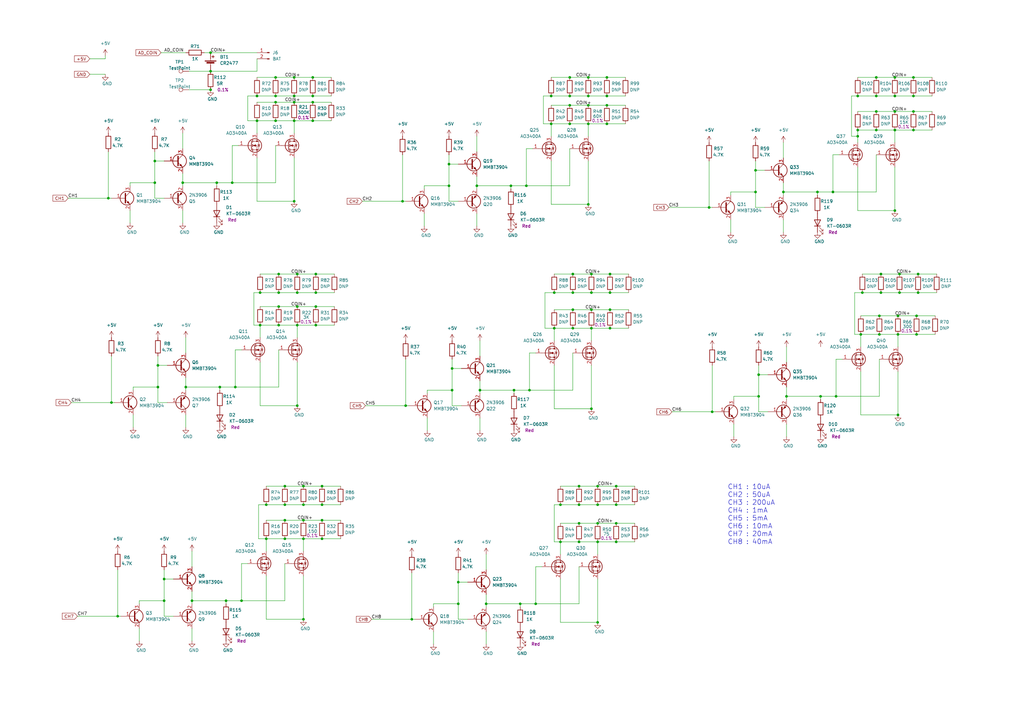
<source format=kicad_sch>
(kicad_sch (version 20211123) (generator eeschema)
  (paper "A3")
  (lib_symbols
    (symbol "Connector:Conn_01x02_Male" (pin_names (offset 1.016) hide)
      (property "Reference" "J" (at 0 2.54 0))
      (property "Value" "Conn_01x02_Male" (at 0 -5.08 0))
      (symbol "Conn_01x02_Male_1_1"
        (pin passive line (at 5.08 0 180) (length 3.81) (name "Pin_1") (number "1"))
        (pin passive line (at 5.08 -2.54 180) (length 3.81) (name "Pin_2") (number "2"))
      )
    )
    (symbol "Connector:TestPoint" (pin_numbers hide) (pin_names (offset 0.762) hide)
      (property "Reference" "TP" (at 0 6.858 0))
      (property "Value" "TestPoint" (at 0 5.08 0))
      (symbol "TestPoint_1_1"
        (pin passive line (at 0 0 90) (length 2.54) (name "1") (number "1"))
      )
    )
    (symbol "Device:Battery_Cell" (pin_numbers hide) (pin_names (offset 0) hide)
      (property "Reference" "BT" (at 2.54 2.54 0))
      (property "Value" "Battery_Cell" (at 2.54 0 0))
      (symbol "Battery_Cell_1_1"
        (pin passive line (at 0 5.08 270) (length 2.54) (name "+") (number "1"))
        (pin passive line (at 0 -2.54 90) (length 2.54) (name "-") (number "2"))
      )
    )
    (symbol "Device:LED" (pin_numbers hide) (pin_names (offset 1.016) hide)
      (property "Reference" "D" (at 0 2.54 0))
      (property "Value" "LED" (at 0 -2.54 0))
      (symbol "LED_1_1"
        (pin passive line (at -3.81 0 0) (length 2.54) (name "K") (number "1"))
        (pin passive line (at 3.81 0 180) (length 2.54) (name "A") (number "2"))
      )
    )
    (symbol "Device:R" (pin_numbers hide) (pin_names (offset 0))
      (property "Reference" "R" (at 2.032 0 90))
      (property "Value" "R" (at 0 0 90))
      (symbol "R_1_1"
        (pin passive line (at 0 3.81 270) (length 1.27) (name "~") (number "1"))
        (pin passive line (at 0 -3.81 90) (length 1.27) (name "~") (number "2"))
      )
    )
    (symbol "Transistor_BJT:2N3906" (pin_names (offset 0) hide)
      (property "Reference" "Q?" (at 5.08 1.2701 0))
      (property "Value" "2N3906" (at 5.08 -1.2699 0))
      (symbol "2N3906_1_1"
        (pin input line (at -5.08 0 0) (length 5.715) (name "B") (number "1"))
        (pin passive line (at 2.54 -5.08 90) (length 2.54) (name "E") (number "2"))
        (pin passive line (at 2.54 5.08 270) (length 2.54) (name "C") (number "3"))
      )
    )
    (symbol "Transistor_BJT:MMBT3904" (pin_names (offset 0) hide)
      (property "Reference" "Q" (at 5.08 1.905 0))
      (property "Value" "MMBT3904" (at 5.08 0 0))
      (symbol "MMBT3904_1_1"
        (pin input line (at -5.08 0 0) (length 5.715) (name "B") (number "1"))
        (pin passive line (at 2.54 -5.08 90) (length 2.54) (name "E") (number "2"))
        (pin passive line (at 2.54 5.08 270) (length 2.54) (name "C") (number "3"))
      )
    )
    (symbol "Transistor_FET:2N7000" (pin_names hide)
      (property "Reference" "Q?" (at 6.35 1.2701 0))
      (property "Value" "AP3400S" (at 6.35 -1.2699 0))
      (symbol "2N7000_1_1"
        (pin input line (at -5.08 0 0) (length 2.54) (name "G") (number "1"))
        (pin passive line (at 2.54 -5.08 90) (length 2.54) (name "S") (number "2"))
        (pin passive line (at 2.54 5.08 270) (length 2.54) (name "D") (number "3"))
      )
    )
    (symbol "power:+5V" (power) (pin_names (offset 0))
      (property "Value" "+5V" (at 0 3.556 0))
      (symbol "+5V_1_1"
        (pin power_in line (at 0 0 90) (length 0) hide (name "+5V") (number "1"))
      )
    )
    (symbol "power:GND" (power) (pin_names (offset 0))
      (property "Value" "GND" (at 0 -3.81 0))
      (symbol "GND_1_1"
        (pin power_in line (at 0 0 270) (length 0) hide (name "GND") (number "1"))
      )
    )
  )
  (junction (at 124.46 254))
  (junction (at 114.3 133.35))
  (junction (at 128.27 31.75))
  (junction (at 199.39 247.65))
  (junction (at 375.92 137.16))
  (junction (at 374.65 53.34))
  (junction (at 368.935 112.395))
  (junction (at 229.87 222.25))
  (junction (at 351.79 55.88))
  (junction (at 116.84 199.39))
  (junction (at 74.93 74.93))
  (junction (at 129.54 120.015))
  (junction (at 86.36 29.21))
  (junction (at 95.25 74.93))
  (junction (at 213.36 247.65))
  (junction (at 116.84 207.01))
  (junction (at 63.5 66.04))
  (junction (at 64.77 149.86))
  (junction (at 128.27 41.91))
  (junction (at 361.315 112.395))
  (junction (at 245.11 214.63))
  (junction (at 99.06 246.38))
  (junction (at 248.92 43.18))
  (junction (at 114.3 120.015))
  (junction (at 109.22 220.98))
  (junction (at 359.41 53.34))
  (junction (at 128.27 39.37))
  (junction (at 322.58 162.56))
  (junction (at 234.95 134.62))
  (junction (at 196.85 160.02))
  (junction (at 106.68 133.35))
  (junction (at 233.68 31.75))
  (junction (at 237.49 199.39))
  (junction (at 250.19 112.395))
  (junction (at 226.06 39.37))
  (junction (at 124.46 199.39))
  (junction (at 121.92 166.37))
  (junction (at 114.3 112.395))
  (junction (at 227.33 120.015))
  (junction (at 109.22 207.01))
  (junction (at 242.57 120.015))
  (junction (at 124.46 220.98))
  (junction (at 241.3 50.8))
  (junction (at 374.65 31.75))
  (junction (at 120.65 41.91))
  (junction (at 129.54 133.35))
  (junction (at 88.9 74.93))
  (junction (at 114.3 125.73))
  (junction (at 252.73 222.25))
  (junction (at 185.42 160.02))
  (junction (at 309.88 69.85))
  (junction (at 336.55 162.56))
  (junction (at 241.3 43.18))
  (junction (at 195.58 76.2))
  (junction (at 116.84 213.36))
  (junction (at 215.9 76.2))
  (junction (at 234.95 127))
  (junction (at 227.33 134.62))
  (junction (at 64.77 158.75))
  (junction (at 360.68 129.54))
  (junction (at 290.83 85.09))
  (junction (at 376.555 120.015))
  (junction (at 124.46 207.01))
  (junction (at 120.65 31.75))
  (junction (at 132.08 207.01))
  (junction (at 335.28 78.74))
  (junction (at 359.41 31.75))
  (junction (at 96.52 158.75))
  (junction (at 86.36 36.83))
  (junction (at 241.3 83.82))
  (junction (at 311.15 162.56))
  (junction (at 113.03 41.91))
  (junction (at 185.42 151.13))
  (junction (at 184.15 67.31))
  (junction (at 248.92 39.37))
  (junction (at 368.3 137.16))
  (junction (at 368.3 170.18))
  (junction (at 367.03 31.75))
  (junction (at 245.11 222.25))
  (junction (at 121.92 120.015))
  (junction (at 219.71 247.65))
  (junction (at 233.68 50.8))
  (junction (at 245.11 255.27))
  (junction (at 241.3 31.75))
  (junction (at 132.08 213.36))
  (junction (at 128.27 49.53))
  (junction (at 184.15 76.2))
  (junction (at 233.68 43.18))
  (junction (at 132.08 199.39))
  (junction (at 353.695 120.015))
  (junction (at 237.49 207.01))
  (junction (at 250.19 120.015))
  (junction (at 44.45 81.28))
  (junction (at 321.31 78.74))
  (junction (at 113.03 49.53))
  (junction (at 367.03 39.37))
  (junction (at 245.11 199.39))
  (junction (at 353.06 137.16))
  (junction (at 252.73 207.01))
  (junction (at 242.57 167.64))
  (junction (at 63.5 74.93))
  (junction (at 237.49 222.25))
  (junction (at 76.2 158.75))
  (junction (at 368.3 129.54))
  (junction (at 367.03 45.72))
  (junction (at 292.1 168.91))
  (junction (at 121.92 133.35))
  (junction (at 129.54 125.73))
  (junction (at 374.65 39.37))
  (junction (at 252.73 214.63))
  (junction (at 124.46 213.36))
  (junction (at 242.57 134.62))
  (junction (at 341.63 78.74))
  (junction (at 367.03 86.36))
  (junction (at 250.19 127))
  (junction (at 248.92 50.8))
  (junction (at 105.41 39.37))
  (junction (at 217.17 160.02))
  (junction (at 360.68 137.16))
  (junction (at 374.65 45.72))
  (junction (at 187.96 238.76))
  (junction (at 116.84 220.98))
  (junction (at 367.03 53.34))
  (junction (at 45.72 165.1))
  (junction (at 248.92 31.75))
  (junction (at 229.87 207.01))
  (junction (at 226.06 50.8))
  (junction (at 165.1 82.55))
  (junction (at 106.68 120.015))
  (junction (at 376.555 112.395))
  (junction (at 359.41 39.37))
  (junction (at 209.55 76.2))
  (junction (at 121.92 112.395))
  (junction (at 166.37 166.37))
  (junction (at 311.15 153.67))
  (junction (at 237.49 214.63))
  (junction (at 252.73 199.39))
  (junction (at 121.92 125.73))
  (junction (at 241.3 39.37))
  (junction (at 90.17 158.75))
  (junction (at 309.88 78.74))
  (junction (at 67.31 237.49))
  (junction (at 234.95 112.395))
  (junction (at 342.9 162.56))
  (junction (at 368.935 120.015))
  (junction (at 351.79 39.37))
  (junction (at 359.41 45.72))
  (junction (at 210.82 160.02))
  (junction (at 120.65 49.53))
  (junction (at 168.91 254))
  (junction (at 361.315 120.015))
  (junction (at 245.11 207.01))
  (junction (at 78.74 246.38))
  (junction (at 242.57 112.395))
  (junction (at 92.71 246.38))
  (junction (at 233.68 39.37))
  (junction (at 113.03 31.75))
  (junction (at 113.03 39.37))
  (junction (at 120.65 82.55))
  (junction (at 351.79 53.34))
  (junction (at 105.41 49.53))
  (junction (at 129.54 112.395))
  (junction (at 187.96 247.65))
  (junction (at 132.08 220.98))
  (junction (at 86.36 21.59))
  (junction (at 120.65 39.37))
  (junction (at 67.31 246.38))
  (junction (at 48.26 252.73))
  (junction (at 242.57 127))
  (junction (at 375.92 129.54))
  (junction (at 250.19 134.62))
  (junction (at 234.95 120.015))
  (wire (pts (xy 368.3 129.54) (xy 375.92 129.54)))
  (wire (pts (xy 242.57 120.015) (xy 250.19 120.015)))
  (wire (pts (xy 124.46 220.98) (xy 132.08 220.98)))
  (wire (pts (xy 309.88 69.85) (xy 309.88 78.74)))
  (wire (pts (xy 361.315 120.015) (xy 368.935 120.015)))
  (wire (pts (xy 309.88 78.74) (xy 309.88 85.09)))
  (wire (pts (xy 374.65 31.75) (xy 382.27 31.75)))
  (wire (pts (xy 233.68 43.18) (xy 241.3 43.18)))
  (wire (pts (xy 229.87 222.25) (xy 237.49 222.25)))
  (wire (pts (xy 374.65 39.37) (xy 382.27 39.37)))
  (wire (pts (xy 376.555 112.395) (xy 384.175 112.395)))
  (wire (pts (xy 292.1 149.86) (xy 292.1 168.91)))
  (wire (pts (xy 213.36 248.92) (xy 213.36 247.65)))
  (wire (pts (xy 311.15 149.86) (xy 311.15 153.67)))
  (wire (pts (xy 124.46 213.36) (xy 132.08 213.36)))
  (wire (pts (xy 350.52 120.015) (xy 350.52 137.16)))
  (wire (pts (xy 245.11 207.01) (xy 252.73 207.01)))
  (wire (pts (xy 300.99 179.07) (xy 300.99 173.99)))
  (wire (pts (xy 237.49 207.01) (xy 245.11 207.01)))
  (wire (pts (xy 67.31 237.49) (xy 67.31 246.38)))
  (wire (pts (xy 237.49 222.25) (xy 245.11 222.25)))
  (wire (pts (xy 63.5 66.04) (xy 67.31 66.04)))
  (wire (pts (xy 120.65 31.75) (xy 128.27 31.75)))
  (wire (pts (xy 322.58 162.56) (xy 322.58 163.83)))
  (wire (pts (xy 335.28 78.74) (xy 341.63 78.74)))
  (wire (pts (xy 242.57 112.395) (xy 250.19 112.395)))
  (wire (pts (xy 64.77 165.1) (xy 68.58 165.1)))
  (wire (pts (xy 349.25 39.37) (xy 349.25 55.88)))
  (wire (pts (xy 124.46 220.98) (xy 124.46 226.06)))
  (wire (pts (xy 375.92 137.16) (xy 383.54 137.16)))
  (wire (pts (xy 321.31 78.74) (xy 321.31 80.01)))
  (wire (pts (xy 360.68 129.54) (xy 368.3 129.54)))
  (wire (pts (xy 341.63 78.74) (xy 341.63 63.5)))
  (wire (pts (xy 43.18 24.13) (xy 43.18 22.86)))
  (wire (pts (xy 245.11 237.49) (xy 245.11 255.27)))
  (wire (pts (xy 185.42 151.13) (xy 185.42 160.02)))
  (wire (pts (xy 309.88 85.09) (xy 313.69 85.09)))
  (wire (pts (xy 132.08 207.01) (xy 139.7 207.01)))
  (wire (pts (xy 109.22 236.22) (xy 109.22 254)))
  (wire (pts (xy 114.3 133.35) (xy 121.92 133.35)))
  (wire (pts (xy 300.99 162.56) (xy 311.15 162.56)))
  (wire (pts (xy 226.06 39.37) (xy 222.885 39.37)))
  (wire (pts (xy 245.11 222.25) (xy 245.11 227.33)))
  (wire (pts (xy 184.15 82.55) (xy 187.96 82.55)))
  (wire (pts (xy 195.58 72.39) (xy 195.58 76.2)))
  (wire (pts (xy 54.61 158.75) (xy 64.77 158.75)))
  (wire (pts (xy 113.03 59.69) (xy 113.03 74.93)))
  (wire (pts (xy 367.03 68.58) (xy 367.03 86.36)))
  (wire (pts (xy 106.68 148.59) (xy 106.68 166.37)))
  (wire (pts (xy 322.58 142.24) (xy 322.58 148.59)))
  (wire (pts (xy 36.83 30.48) (xy 43.18 30.48)))
  (wire (pts (xy 185.42 151.13) (xy 189.23 151.13)))
  (wire (pts (xy 210.82 161.29) (xy 210.82 160.02)))
  (wire (pts (xy 199.39 247.65) (xy 199.39 248.92)))
  (wire (pts (xy 132.08 213.36) (xy 139.7 213.36)))
  (wire (pts (xy 105.41 82.55) (xy 120.65 82.55)))
  (wire (pts (xy 227.33 139.7) (xy 227.33 134.62)))
  (wire (pts (xy 359.41 45.72) (xy 367.03 45.72)))
  (wire (pts (xy 106.68 133.35) (xy 114.3 133.35)))
  (wire (pts (xy 148.59 82.55) (xy 165.1 82.55)))
  (wire (pts (xy 353.695 112.395) (xy 361.315 112.395)))
  (wire (pts (xy 184.15 76.2) (xy 184.15 82.55)))
  (wire (pts (xy 57.15 247.65) (xy 57.15 246.38)))
  (wire (pts (xy 248.92 50.8) (xy 256.54 50.8)))
  (wire (pts (xy 245.11 199.39) (xy 252.73 199.39)))
  (wire (pts (xy 184.15 67.31) (xy 187.96 67.31)))
  (wire (pts (xy 309.88 66.04) (xy 309.88 69.85)))
  (wire (pts (xy 187.96 238.76) (xy 191.77 238.76)))
  (wire (pts (xy 78.74 246.38) (xy 92.71 246.38)))
  (wire (pts (xy 322.58 162.56) (xy 336.55 162.56)))
  (wire (pts (xy 227.33 222.25) (xy 229.87 222.25)))
  (wire (pts (xy 113.03 39.37) (xy 120.65 39.37)))
  (wire (pts (xy 120.65 41.91) (xy 128.27 41.91)))
  (wire (pts (xy 226.06 66.04) (xy 226.06 83.82)))
  (wire (pts (xy 351.79 53.34) (xy 359.41 53.34)))
  (wire (pts (xy 92.71 247.65) (xy 92.71 246.38)))
  (wire (pts (xy 113.03 74.93) (xy 95.25 74.93)))
  (wire (pts (xy 219.71 247.65) (xy 219.71 232.41)))
  (wire (pts (xy 299.72 95.25) (xy 299.72 90.17)))
  (wire (pts (xy 252.73 207.01) (xy 260.35 207.01)))
  (wire (pts (xy 120.65 49.53) (xy 128.27 49.53)))
  (wire (pts (xy 336.55 163.83) (xy 336.55 162.56)))
  (wire (pts (xy 351.79 55.88) (xy 351.79 53.34)))
  (wire (pts (xy 368.3 137.16) (xy 375.92 137.16)))
  (wire (pts (xy 359.41 63.5) (xy 359.41 78.74)))
  (wire (pts (xy 321.31 78.74) (xy 335.28 78.74)))
  (wire (pts (xy 129.54 133.35) (xy 137.16 133.35)))
  (wire (pts (xy 177.8 264.16) (xy 177.8 259.08)))
  (wire (pts (xy 252.73 222.25) (xy 260.35 222.25)))
  (wire (pts (xy 252.73 199.39) (xy 260.35 199.39)))
  (wire (pts (xy 311.15 162.56) (xy 311.15 168.91)))
  (wire (pts (xy 121.92 125.73) (xy 129.54 125.73)))
  (wire (pts (xy 90.17 158.75) (xy 96.52 158.75)))
  (wire (pts (xy 116.84 246.38) (xy 99.06 246.38)))
  (wire (pts (xy 226.06 50.8) (xy 233.68 50.8)))
  (wire (pts (xy 83.82 21.59) (xy 86.36 21.59)))
  (wire (pts (xy 48.26 233.68) (xy 48.26 252.73)))
  (wire (pts (xy 165.1 82.55) (xy 166.37 82.55)))
  (wire (pts (xy 177.8 248.92) (xy 177.8 247.65)))
  (wire (pts (xy 229.87 237.49) (xy 229.87 255.27)))
  (wire (pts (xy 76.2 158.75) (xy 76.2 160.02)))
  (wire (pts (xy 290.83 85.09) (xy 292.1 85.09)))
  (wire (pts (xy 78.74 262.89) (xy 78.74 257.81)))
  (wire (pts (xy 95.25 59.69) (xy 97.79 59.69)))
  (wire (pts (xy 368.935 112.395) (xy 376.555 112.395)))
  (wire (pts (xy 99.06 231.14) (xy 101.6 231.14)))
  (wire (pts (xy 31.75 252.73) (xy 48.26 252.73)))
  (wire (pts (xy 27.94 81.28) (xy 44.45 81.28)))
  (wire (pts (xy 368.3 137.16) (xy 368.3 142.24)))
  (wire (pts (xy 63.5 74.93) (xy 63.5 81.28)))
  (wire (pts (xy 36.83 24.13) (xy 43.18 24.13)))
  (wire (pts (xy 229.87 207.01) (xy 227.33 207.01)))
  (wire (pts (xy 106.045 220.98) (xy 109.22 220.98)))
  (wire (pts (xy 53.34 76.2) (xy 53.34 74.93)))
  (wire (pts (xy 173.99 92.71) (xy 173.99 87.63)))
  (wire (pts (xy 353.06 137.16) (xy 360.68 137.16)))
  (wire (pts (xy 105.41 29.21) (xy 105.41 24.13)))
  (wire (pts (xy 311.15 153.67) (xy 311.15 162.56)))
  (wire (pts (xy 129.54 112.395) (xy 137.16 112.395)))
  (wire (pts (xy 104.14 133.35) (xy 106.68 133.35)))
  (wire (pts (xy 104.14 120.015) (xy 104.14 133.35)))
  (wire (pts (xy 78.74 226.06) (xy 78.74 232.41)))
  (wire (pts (xy 242.57 127) (xy 250.19 127)))
  (wire (pts (xy 121.92 133.35) (xy 121.92 138.43)))
  (wire (pts (xy 187.96 238.76) (xy 187.96 247.65)))
  (wire (pts (xy 309.88 69.85) (xy 313.69 69.85)))
  (wire (pts (xy 336.55 162.56) (xy 342.9 162.56)))
  (wire (pts (xy 350.52 137.16) (xy 353.06 137.16)))
  (wire (pts (xy 209.55 76.2) (xy 215.9 76.2)))
  (wire (pts (xy 114.3 143.51) (xy 114.3 158.75)))
  (wire (pts (xy 353.06 152.4) (xy 353.06 170.18)))
  (wire (pts (xy 321.31 74.93) (xy 321.31 78.74)))
  (wire (pts (xy 241.3 31.75) (xy 248.92 31.75)))
  (wire (pts (xy 341.63 63.5) (xy 344.17 63.5)))
  (wire (pts (xy 109.22 254) (xy 124.46 254)))
  (wire (pts (xy 66.04 21.59) (xy 76.2 21.59)))
  (wire (pts (xy 227.33 127) (xy 234.95 127)))
  (wire (pts (xy 353.695 120.015) (xy 361.315 120.015)))
  (wire (pts (xy 376.555 120.015) (xy 384.175 120.015)))
  (wire (pts (xy 67.31 233.68) (xy 67.31 237.49)))
  (wire (pts (xy 234.95 144.78) (xy 234.95 160.02)))
  (wire (pts (xy 233.68 31.75) (xy 241.3 31.75)))
  (wire (pts (xy 367.03 53.34) (xy 367.03 58.42)))
  (wire (pts (xy 226.06 83.82) (xy 241.3 83.82)))
  (wire (pts (xy 196.85 176.53) (xy 196.85 171.45)))
  (wire (pts (xy 233.68 60.96) (xy 233.68 76.2)))
  (wire (pts (xy 168.91 234.95) (xy 168.91 254)))
  (wire (pts (xy 353.06 142.24) (xy 353.06 137.16)))
  (wire (pts (xy 361.315 112.395) (xy 368.935 112.395)))
  (wire (pts (xy 101.6 39.37) (xy 101.6 49.53)))
  (wire (pts (xy 226.06 39.37) (xy 233.68 39.37)))
  (wire (pts (xy 199.39 264.16) (xy 199.39 259.08)))
  (wire (pts (xy 351.79 39.37) (xy 349.25 39.37)))
  (wire (pts (xy 229.87 227.33) (xy 229.87 222.25)))
  (wire (pts (xy 120.65 39.37) (xy 128.27 39.37)))
  (wire (pts (xy 114.3 125.73) (xy 121.92 125.73)))
  (wire (pts (xy 105.41 54.61) (xy 105.41 49.53)))
  (wire (pts (xy 234.95 160.02) (xy 217.17 160.02)))
  (wire (pts (xy 342.9 162.56) (xy 342.9 147.32)))
  (wire (pts (xy 128.27 41.91) (xy 135.89 41.91)))
  (wire (pts (xy 222.885 39.37) (xy 222.885 50.8)))
  (wire (pts (xy 106.68 120.015) (xy 104.14 120.015)))
  (wire (pts (xy 222.885 50.8) (xy 226.06 50.8)))
  (wire (pts (xy 29.21 165.1) (xy 45.72 165.1)))
  (wire (pts (xy 57.15 262.89) (xy 57.15 257.81)))
  (wire (pts (xy 229.87 255.27) (xy 245.11 255.27)))
  (wire (pts (xy 92.71 246.38) (xy 99.06 246.38)))
  (wire (pts (xy 300.99 163.83) (xy 300.99 162.56)))
  (wire (pts (xy 322.58 179.07) (xy 322.58 173.99)))
  (wire (pts (xy 177.8 247.65) (xy 187.96 247.65)))
  (wire (pts (xy 64.77 146.05) (xy 64.77 149.86)))
  (wire (pts (xy 351.79 68.58) (xy 351.79 86.36)))
  (wire (pts (xy 195.58 76.2) (xy 195.58 77.47)))
  (wire (pts (xy 116.84 231.14) (xy 116.84 246.38)))
  (wire (pts (xy 106.68 120.015) (xy 114.3 120.015)))
  (wire (pts (xy 168.91 254) (xy 170.18 254)))
  (wire (pts (xy 74.93 91.44) (xy 74.93 86.36)))
  (wire (pts (xy 226.06 31.75) (xy 233.68 31.75)))
  (wire (pts (xy 245.11 214.63) (xy 252.73 214.63)))
  (wire (pts (xy 367.03 39.37) (xy 374.65 39.37)))
  (wire (pts (xy 105.41 49.53) (xy 113.03 49.53)))
  (wire (pts (xy 367.03 31.75) (xy 374.65 31.75)))
  (wire (pts (xy 101.6 49.53) (xy 105.41 49.53)))
  (wire (pts (xy 114.3 112.395) (xy 121.92 112.395)))
  (wire (pts (xy 241.3 43.18) (xy 248.92 43.18)))
  (wire (pts (xy 165.1 63.5) (xy 165.1 82.55)))
  (wire (pts (xy 175.26 161.29) (xy 175.26 160.02)))
  (wire (pts (xy 368.3 152.4) (xy 368.3 170.18)))
  (wire (pts (xy 175.26 176.53) (xy 175.26 171.45)))
  (wire (pts (xy 223.52 120.015) (xy 223.52 134.62)))
  (wire (pts (xy 128.27 39.37) (xy 135.89 39.37)))
  (wire (pts (xy 359.41 53.34) (xy 367.03 53.34)))
  (wire (pts (xy 248.92 39.37) (xy 256.54 39.37)))
  (wire (pts (xy 187.96 254) (xy 191.77 254)))
  (wire (pts (xy 113.03 41.91) (xy 120.65 41.91)))
  (wire (pts (xy 187.96 234.95) (xy 187.96 238.76)))
  (wire (pts (xy 63.5 81.28) (xy 67.31 81.28)))
  (wire (pts (xy 353.06 129.54) (xy 360.68 129.54)))
  (wire (pts (xy 44.45 81.28) (xy 45.72 81.28)))
  (wire (pts (xy 113.03 31.75) (xy 120.65 31.75)))
  (wire (pts (xy 311.15 153.67) (xy 314.96 153.67)))
  (wire (pts (xy 121.92 112.395) (xy 129.54 112.395)))
  (wire (pts (xy 242.57 134.62) (xy 242.57 139.7)))
  (wire (pts (xy 45.72 165.1) (xy 46.99 165.1)))
  (wire (pts (xy 124.46 199.39) (xy 132.08 199.39)))
  (wire (pts (xy 76.2 158.75) (xy 90.17 158.75)))
  (wire (pts (xy 250.19 127) (xy 257.81 127)))
  (wire (pts (xy 67.31 246.38) (xy 67.31 252.73)))
  (wire (pts (xy 359.41 78.74) (xy 341.63 78.74)))
  (wire (pts (xy 217.17 144.78) (xy 219.71 144.78)))
  (wire (pts (xy 195.58 76.2) (xy 209.55 76.2)))
  (wire (pts (xy 237.49 232.41) (xy 237.49 247.65)))
  (wire (pts (xy 76.2 175.26) (xy 76.2 170.18)))
  (wire (pts (xy 78.74 246.38) (xy 78.74 247.65)))
  (wire (pts (xy 234.95 134.62) (xy 242.57 134.62)))
  (wire (pts (xy 63.5 66.04) (xy 63.5 74.93)))
  (wire (pts (xy 299.72 80.01) (xy 299.72 78.74)))
  (wire (pts (xy 45.72 146.05) (xy 45.72 165.1)))
  (wire (pts (xy 106.68 125.73) (xy 114.3 125.73)))
  (wire (pts (xy 152.4 254) (xy 168.91 254)))
  (wire (pts (xy 173.99 76.2) (xy 184.15 76.2)))
  (wire (pts (xy 53.34 74.93) (xy 63.5 74.93)))
  (wire (pts (xy 114.3 158.75) (xy 96.52 158.75)))
  (wire (pts (xy 132.08 220.98) (xy 139.7 220.98)))
  (wire (pts (xy 250.19 112.395) (xy 257.81 112.395)))
  (wire (pts (xy 76.2 138.43) (xy 76.2 144.78)))
  (wire (pts (xy 67.31 252.73) (xy 71.12 252.73)))
  (wire (pts (xy 229.87 214.63) (xy 237.49 214.63)))
  (wire (pts (xy 250.19 120.015) (xy 257.81 120.015)))
  (wire (pts (xy 241.3 50.8) (xy 241.3 55.88)))
  (wire (pts (xy 227.33 134.62) (xy 234.95 134.62)))
  (wire (pts (xy 311.15 168.91) (xy 314.96 168.91)))
  (wire (pts (xy 226.06 43.18) (xy 233.68 43.18)))
  (wire (pts (xy 149.86 166.37) (xy 166.37 166.37)))
  (wire (pts (xy 96.52 143.51) (xy 99.06 143.51)))
  (wire (pts (xy 210.82 160.02) (xy 217.17 160.02)))
  (wire (pts (xy 351.79 86.36) (xy 367.03 86.36)))
  (wire (pts (xy 237.49 247.65) (xy 219.71 247.65)))
  (wire (pts (xy 74.93 74.93) (xy 74.93 76.2)))
  (wire (pts (xy 359.41 31.75) (xy 367.03 31.75)))
  (wire (pts (xy 229.87 207.01) (xy 237.49 207.01)))
  (wire (pts (xy 374.65 53.34) (xy 382.27 53.34)))
  (wire (pts (xy 195.58 92.71) (xy 195.58 87.63)))
  (wire (pts (xy 77.47 29.21) (xy 86.36 29.21)))
  (wire (pts (xy 353.695 120.015) (xy 350.52 120.015)))
  (wire (pts (xy 166.37 147.32) (xy 166.37 166.37)))
  (wire (pts (xy 233.68 76.2) (xy 215.9 76.2)))
  (wire (pts (xy 105.41 39.37) (xy 101.6 39.37)))
  (wire (pts (xy 105.41 41.91) (xy 113.03 41.91)))
  (wire (pts (xy 227.33 207.01) (xy 227.33 222.25)))
  (wire (pts (xy 64.77 149.86) (xy 68.58 149.86)))
  (wire (pts (xy 64.77 149.86) (xy 64.77 158.75)))
  (wire (pts (xy 121.92 133.35) (xy 129.54 133.35)))
  (wire (pts (xy 109.22 220.98) (xy 116.84 220.98)))
  (wire (pts (xy 173.99 77.47) (xy 173.99 76.2)))
  (wire (pts (xy 234.95 120.015) (xy 242.57 120.015)))
  (wire (pts (xy 88.9 74.93) (xy 95.25 74.93)))
  (wire (pts (xy 368.935 120.015) (xy 376.555 120.015)))
  (wire (pts (xy 109.22 226.06) (xy 109.22 220.98)))
  (wire (pts (xy 76.2 154.94) (xy 76.2 158.75)))
  (wire (pts (xy 195.58 55.88) (xy 195.58 62.23)))
  (wire (pts (xy 74.93 71.12) (xy 74.93 74.93)))
  (wire (pts (xy 223.52 134.62) (xy 227.33 134.62)))
  (wire (pts (xy 187.96 247.65) (xy 187.96 254)))
  (wire (pts (xy 74.93 74.93) (xy 88.9 74.93)))
  (wire (pts (xy 106.045 207.01) (xy 106.045 220.98)))
  (wire (pts (xy 233.68 50.8) (xy 241.3 50.8)))
  (wire (pts (xy 106.68 112.395) (xy 114.3 112.395)))
  (wire (pts (xy 234.95 127) (xy 242.57 127)))
  (wire (pts (xy 105.41 39.37) (xy 113.03 39.37)))
  (wire (pts (xy 124.46 207.01) (xy 132.08 207.01)))
  (wire (pts (xy 219.71 232.41) (xy 222.25 232.41)))
  (wire (pts (xy 227.33 120.015) (xy 234.95 120.015)))
  (wire (pts (xy 106.68 138.43) (xy 106.68 133.35)))
  (wire (pts (xy 367.03 53.34) (xy 374.65 53.34)))
  (wire (pts (xy 227.33 149.86) (xy 227.33 167.64)))
  (wire (pts (xy 248.92 43.18) (xy 256.54 43.18)))
  (wire (pts (xy 322.58 158.75) (xy 322.58 162.56)))
  (wire (pts (xy 86.36 21.59) (xy 105.41 21.59)))
  (wire (pts (xy 237.49 214.63) (xy 245.11 214.63)))
  (wire (pts (xy 128.27 31.75) (xy 135.89 31.75)))
  (wire (pts (xy 175.26 160.02) (xy 185.42 160.02)))
  (wire (pts (xy 196.85 139.7) (xy 196.85 146.05)))
  (wire (pts (xy 199.39 247.65) (xy 213.36 247.65)))
  (wire (pts (xy 199.39 227.33) (xy 199.39 233.68)))
  (wire (pts (xy 196.85 160.02) (xy 210.82 160.02)))
  (wire (pts (xy 88.9 76.2) (xy 88.9 74.93)))
  (wire (pts (xy 351.79 31.75) (xy 359.41 31.75)))
  (wire (pts (xy 184.15 67.31) (xy 184.15 76.2)))
  (wire (pts (xy 105.41 64.77) (xy 105.41 82.55)))
  (wire (pts (xy 241.3 50.8) (xy 248.92 50.8)))
  (wire (pts (xy 64.77 158.75) (xy 64.77 165.1)))
  (wire (pts (xy 351.79 39.37) (xy 359.41 39.37)))
  (wire (pts (xy 349.25 55.88) (xy 351.79 55.88)))
  (wire (pts (xy 95.25 74.93) (xy 95.25 59.69)))
  (wire (pts (xy 360.68 162.56) (xy 342.9 162.56)))
  (wire (pts (xy 199.39 243.84) (xy 199.39 247.65)))
  (wire (pts (xy 227.33 167.64) (xy 242.57 167.64)))
  (wire (pts (xy 121.92 120.015) (xy 129.54 120.015)))
  (wire (pts (xy 109.22 207.01) (xy 106.045 207.01)))
  (wire (pts (xy 77.47 36.83) (xy 86.36 36.83)))
  (wire (pts (xy 299.72 78.74) (xy 309.88 78.74)))
  (wire (pts (xy 185.42 166.37) (xy 189.23 166.37)))
  (wire (pts (xy 116.84 207.01) (xy 124.46 207.01)))
  (wire (pts (xy 274.32 85.09) (xy 290.83 85.09)))
  (wire (pts (xy 185.42 160.02) (xy 185.42 166.37)))
  (wire (pts (xy 116.84 220.98) (xy 124.46 220.98)))
  (wire (pts (xy 233.68 39.37) (xy 241.3 39.37)))
  (wire (pts (xy 342.9 147.32) (xy 345.44 147.32)))
  (wire (pts (xy 57.15 246.38) (xy 67.31 246.38)))
  (wire (pts (xy 96.52 158.75) (xy 96.52 143.51)))
  (wire (pts (xy 120.65 64.77) (xy 120.65 82.55)))
  (wire (pts (xy 250.19 134.62) (xy 257.81 134.62)))
  (wire (pts (xy 121.92 148.59) (xy 121.92 166.37)))
  (wire (pts (xy 252.73 214.63) (xy 260.35 214.63)))
  (wire (pts (xy 353.06 170.18) (xy 368.3 170.18)))
  (wire (pts (xy 124.46 236.22) (xy 124.46 254)))
  (wire (pts (xy 99.06 246.38) (xy 99.06 231.14)))
  (wire (pts (xy 54.61 175.26) (xy 54.61 170.18)))
  (wire (pts (xy 335.28 80.01) (xy 335.28 78.74)))
  (wire (pts (xy 78.74 242.57) (xy 78.74 246.38)))
  (wire (pts (xy 184.15 63.5) (xy 184.15 67.31)))
  (wire (pts (xy 242.57 134.62) (xy 250.19 134.62)))
  (wire (pts (xy 374.65 45.72) (xy 382.27 45.72)))
  (wire (pts (xy 109.22 199.39) (xy 116.84 199.39)))
  (wire (pts (xy 321.31 58.42) (xy 321.31 64.77)))
  (wire (pts (xy 234.95 112.395) (xy 242.57 112.395)))
  (wire (pts (xy 321.31 95.25) (xy 321.31 90.17)))
  (wire (pts (xy 120.65 49.53) (xy 120.65 54.61)))
  (wire (pts (xy 63.5 62.23) (xy 63.5 66.04)))
  (wire (pts (xy 116.84 213.36) (xy 124.46 213.36)))
  (wire (pts (xy 74.93 54.61) (xy 74.93 60.96)))
  (wire (pts (xy 215.9 60.96) (xy 218.44 60.96)))
  (wire (pts (xy 241.3 66.04) (xy 241.3 83.82)))
  (wire (pts (xy 113.03 49.53) (xy 120.65 49.53)))
  (wire (pts (xy 185.42 147.32) (xy 185.42 151.13)))
  (wire (pts (xy 196.85 156.21) (xy 196.85 160.02)))
  (wire (pts (xy 360.68 147.32) (xy 360.68 162.56)))
  (wire (pts (xy 166.37 166.37) (xy 167.64 166.37)))
  (wire (pts (xy 86.36 29.21) (xy 105.41 29.21)))
  (wire (pts (xy 215.9 76.2) (xy 215.9 60.96)))
  (wire (pts (xy 116.84 199.39) (xy 124.46 199.39)))
  (wire (pts (xy 360.68 137.16) (xy 368.3 137.16)))
  (wire (pts (xy 106.68 166.37) (xy 121.92 166.37)))
  (wire (pts (xy 290.83 66.04) (xy 290.83 85.09)))
  (wire (pts (xy 242.57 149.86) (xy 242.57 167.64)))
  (wire (pts (xy 53.34 91.44) (xy 53.34 86.36)))
  (wire (pts (xy 227.33 112.395) (xy 234.95 112.395)))
  (wire (pts (xy 248.92 31.75) (xy 256.54 31.75)))
  (wire (pts (xy 245.11 222.25) (xy 252.73 222.25)))
  (wire (pts (xy 292.1 168.91) (xy 293.37 168.91)))
  (wire (pts (xy 129.54 120.015) (xy 137.16 120.015)))
  (wire (pts (xy 237.49 199.39) (xy 245.11 199.39)))
  (wire (pts (xy 44.45 62.23) (xy 44.45 81.28)))
  (wire (pts (xy 227.33 120.015) (xy 223.52 120.015)))
  (wire (pts (xy 217.17 160.02) (xy 217.17 144.78)))
  (wire (pts (xy 367.03 45.72) (xy 374.65 45.72)))
  (wire (pts (xy 375.92 129.54) (xy 383.54 129.54)))
  (wire (pts (xy 114.3 120.015) (xy 121.92 120.015)))
  (wire (pts (xy 241.3 39.37) (xy 248.92 39.37)))
  (wire (pts (xy 48.26 252.73) (xy 49.53 252.73)))
  (wire (pts (xy 196.85 160.02) (xy 196.85 161.29)))
  (wire (pts (xy 351.79 45.72) (xy 359.41 45.72)))
  (wire (pts (xy 226.06 55.88) (xy 226.06 50.8)))
  (wire (pts (xy 351.79 58.42) (xy 351.79 55.88)))
  (wire (pts (xy 132.08 199.39) (xy 139.7 199.39)))
  (wire (pts (xy 359.41 39.37) (xy 367.03 39.37)))
  (wire (pts (xy 105.41 31.75) (xy 113.03 31.75)))
  (wire (pts (xy 67.31 237.49) (xy 71.12 237.49)))
  (wire (pts (xy 90.17 160.02) (xy 90.17 158.75)))
  (wire (pts (xy 54.61 160.02) (xy 54.61 158.75)))
  (wire (pts (xy 128.27 49.53) (xy 135.89 49.53)))
  (wire (pts (xy 109.22 213.36) (xy 116.84 213.36)))
  (wire (pts (xy 213.36 247.65) (xy 219.71 247.65)))
  (wire (pts (xy 109.22 207.01) (xy 116.84 207.01)))
  (wire (pts (xy 129.54 125.73) (xy 137.16 125.73)))
  (wire (pts (xy 275.59 168.91) (xy 292.1 168.91)))
  (wire (pts (xy 229.87 199.39) (xy 237.49 199.39)))
  (wire (pts (xy 209.55 77.47) (xy 209.55 76.2)))
  (text "CH1 : 10uA\nCH2 : 50uA\nCH3 : 200uA\nCH4 : 1mA\nCH5 : 5mA\nCH6 : 10mA\nCH7 : 20mA\nCH8 : 40mA" (at 298.45 223.52 0) (effects (font (size 2 2)) (justify left bottom)))
  (label "CH3" (at 274.32 85.09 0))
  (label "COIN+" (at 240.03 112.395 0))
  (label "COIN+" (at 119.38 125.73 0))
  (label "COIN+" (at 367.03 129.54 0))
  (label "COIN+" (at 121.92 213.36 0))
  (label "CH6" (at 275.59 168.91 0))
  (label "COIN+" (at 367.665 112.395 0))
  (label "CH8" (at 152.4 254 0))
  (label "CH1" (at 27.94 81.28 0))
  (label "COIN+" (at 119.38 112.395 0))
  (label "COIN+" (at 240.03 127 0))
  (label "COIN+" (at 365.76 45.72 0))
  (label "COIN+" (at 236.22 31.75 0))
  (label "COIN+" (at 121.92 199.39 0))
  (label "COIN+" (at 116.84 31.75 0))
  (label "COIN+" (at 245.11 199.39 0))
  (label "COIN+" (at 236.22 43.18 0))
  (label "CH7" (at 31.75 252.73 0))
  (label "CH4" (at 29.21 165.1 0))
  (label "COIN+" (at 116.84 41.91 0))
  (label "COIN+" (at 86.36 21.59 0))
  (label "CH5" (at 149.86 166.37 0))
  (label "COIN+" (at 245.11 214.63 0))
  (label "CH2" (at 148.59 82.55 0))
  (label "COIN+" (at 365.76 31.75 0))
  (label "AD_COIN" (at 67.31 21.59 0))
  (global_label "+5V" (shape input) (at 36.83 24.13 180) (property "Intersheet References" "${INTERSHEET_REFS}" (effects hide)))
  (global_label "AD_COIN" (shape input) (at 66.04 21.59 180) (property "Intersheet References" "${INTERSHEET_REFS}" (effects hide)))
  (global_label "CH5" (shape input) (at 149.86 166.37 180) (property "Intersheet References" "${INTERSHEET_REFS}" (effects hide)))
  (global_label "CH1" (shape input) (at 27.94 81.28 180) (property "Intersheet References" "${INTERSHEET_REFS}" (effects hide)))
  (global_label "CH2" (shape input) (at 148.59 82.55 180) (property "Intersheet References" "${INTERSHEET_REFS}" (effects hide)))
  (global_label "CH3" (shape input) (at 274.32 85.09 180) (property "Intersheet References" "${INTERSHEET_REFS}" (effects hide)))
  (global_label "CH8" (shape input) (at 152.4 254 180) (property "Intersheet References" "${INTERSHEET_REFS}" (effects hide)))
  (global_label "GND" (shape input) (at 36.83 30.48 180) (property "Intersheet References" "${INTERSHEET_REFS}" (effects hide)))
  (global_label "CH6" (shape input) (at 275.59 168.91 180) (property "Intersheet References" "${INTERSHEET_REFS}" (effects hide)))
  (global_label "CH7" (shape input) (at 31.75 252.73 180) (property "Intersheet References" "${INTERSHEET_REFS}" (effects hide)))
  (global_label "CH4" (shape input) (at 29.21 165.1 180) (property "Intersheet References" "${INTERSHEET_REFS}" (effects hide)))
  (symbol (lib_id "power:GND") (at 54.61 175.26 0) (unit 1)
    (property "Reference" "#PWR028" (effects hide))
    (property "Value" "GND" (at 53.34 179.07 0) (effects (justify left)))
  )
  (symbol (lib_id "power:GND") (at 124.46 254 0) (unit 1)
    (property "Reference" "#PWR053" (effects hide))
    (property "Value" "GND" (at 123.19 257.81 0) (effects (justify left)))
  )
  (symbol (lib_id "power:GND") (at 78.74 262.89 0) (unit 1)
    (property "Reference" "#PWR045" (effects hide))
    (property "Value" "GND" (at 77.47 266.7 0) (effects (justify left)))
  )
  (symbol (lib_id "Device:R") (at 234.95 130.81 180) (unit 1)
    (property "Reference" "R46" (at 238.76 129.54 0))
    (property "Value" "DNP" (at 238.76 132.08 0))
    (property "Footprint" "Resistor_THT:R_Axial_DIN0207_L6.3mm_D2.5mm_P10.16mm_Horizontal" (effects hide))
  )
  (symbol (lib_id "Device:R") (at 105.41 45.72 180) (unit 1)
    (property "Reference" "R10" (at 109.22 44.45 0))
    (property "Value" "DNP" (at 109.22 46.99 0))
    (property "Footprint" "Resistor_THT:R_Axial_DIN0207_L6.3mm_D2.5mm_P10.16mm_Horizontal" (effects hide))
  )
  (symbol (lib_id "Device:R") (at 359.41 49.53 180) (unit 1)
    (property "Reference" "R63" (at 363.22 48.26 0))
    (property "Value" "DNP" (at 363.22 50.8 0))
    (property "Footprint" "Resistor_THT:R_Axial_DIN0207_L6.3mm_D2.5mm_P10.16mm_Horizontal" (effects hide))
  )
  (symbol (lib_id "Device:R") (at 260.35 203.2 180) (unit 1)
    (property "Reference" "R101" (at 264.16 201.93 0))
    (property "Value" "DNP" (at 264.16 204.47 0))
    (property "Footprint" "Resistor_SMD:R_1210_3225Metric" (effects hide))
  )
  (symbol (lib_id "power:GND") (at 90.17 175.26 0) (unit 1)
    (property "Reference" "#PWR048" (effects hide))
    (property "Value" "GND" (at 88.9 179.07 0) (effects (justify left)))
  )
  (symbol (lib_id "power:GND") (at 74.93 91.44 0) (unit 1)
    (property "Reference" "#PWR041" (effects hide))
    (property "Value" "GND" (at 73.66 95.25 0) (effects (justify left)))
  )
  (symbol (lib_id "power:GND") (at 213.36 264.16 0) (unit 1)
    (property "Reference" "#PWR077" (effects hide))
    (property "Value" "GND" (at 212.09 267.97 0) (effects (justify left)))
  )
  (symbol (lib_id "Transistor_FET:2N7000") (at 104.14 143.51 0) (unit 1)
    (property "Reference" "Q11" (at 97.79 135.89 0) (effects (justify left)))
    (property "Value" "AO3400A" (at 93.98 138.43 0) (effects (justify left)))
    (property "Footprint" "Package_TO_SOT_SMD:SOT-23" (effects hide))
    (property "LCSC" "C20917" (effects hide))
  )
  (symbol (lib_id "Transistor_BJT:MMBT3904") (at 298.45 168.91 0) (unit 1)
    (property "Reference" "Q32" (at 303.53 167.6399 0) (effects (justify left)))
    (property "Value" "MMBT3904" (at 303.53 170.1799 0) (effects (justify left)))
    (property "Footprint" "Package_TO_SOT_SMD:SOT-23" (effects hide))
    (property "Datasheet" "https://www.onsemi.com/pub/Collateral/2N3903-D.PDF" (effects hide))
    (property "LCSC" "C20526" (effects hide))
  )
  (symbol (lib_id "power:+5V") (at 45.72 138.43 0) (unit 1)
    (property "Reference" "#PWR022" (effects hide))
    (property "Value" "+5V" (at 45.72 133.35 0))
  )
  (symbol (lib_id "Device:R") (at 237.49 203.2 180) (unit 1)
    (property "Reference" "R92" (at 241.3 201.93 0))
    (property "Value" "DNP" (at 241.3 204.47 0))
    (property "Footprint" "Resistor_SMD:R_0603_1608Metric" (effects hide))
  )
  (symbol (lib_id "power:GND") (at 88.9 91.44 0) (unit 1)
    (property "Reference" "#PWR047" (effects hide))
    (property "Value" "GND" (at 87.63 95.25 0) (effects (justify left)))
  )
  (symbol (lib_id "Device:R") (at 185.42 143.51 180) (unit 1)
    (property "Reference" "R40" (at 189.23 142.24 0))
    (property "Value" "4.7K" (at 189.23 144.78 0))
    (property "Footprint" "Resistor_SMD:R_0603_1608Metric" (effects hide))
  )
  (symbol (lib_id "Transistor_BJT:MMBT3904") (at 297.18 85.09 0) (unit 1)
    (property "Reference" "Q31" (at 302.26 83.8199 0) (effects (justify left)))
    (property "Value" "MMBT3904" (at 302.26 86.3599 0) (effects (justify left)))
    (property "Footprint" "Package_TO_SOT_SMD:SOT-23" (effects hide))
    (property "Datasheet" "https://www.onsemi.com/pub/Collateral/2N3903-D.PDF" (effects hide))
    (property "LCSC" "C20526" (effects hide))
  )
  (symbol (lib_id "power:+5V") (at 76.2 138.43 0) (unit 1)
    (property "Reference" "#PWR042" (effects hide))
    (property "Value" "+5V" (at 76.2 133.35 0))
  )
  (symbol (lib_id "power:+5V") (at 290.83 58.42 0) (unit 1)
    (property "Reference" "#PWR083" (effects hide))
    (property "Value" "+5V" (at 290.83 53.34 0))
  )
  (symbol (lib_id "Device:R") (at 384.175 116.205 180) (unit 1)
    (property "Reference" "R111" (at 387.985 114.935 0))
    (property "Value" "DNP" (at 387.985 117.475 0))
    (property "Footprint" "Resistor_SMD:R_1210_3225Metric" (effects hide))
  )
  (symbol (lib_id "Device:R") (at 233.68 46.99 180) (unit 1)
    (property "Reference" "R45" (at 237.49 45.72 0))
    (property "Value" "DNP" (at 237.49 48.26 0))
    (property "Footprint" "Resistor_THT:R_Axial_DIN0207_L6.3mm_D2.5mm_P10.16mm_Horizontal" (effects hide))
  )
  (symbol (lib_id "power:+5V") (at 195.58 55.88 0) (unit 1)
    (property "Reference" "#PWR069" (effects hide))
    (property "Value" "+5V" (at 195.58 50.8 0))
  )
  (symbol (lib_id "Transistor_BJT:MMBT3904") (at 175.26 254 0) (unit 1)
    (property "Reference" "Q18" (at 180.34 252.7299 0) (effects (justify left)))
    (property "Value" "MMBT3904" (at 180.34 255.2699 0) (effects (justify left)))
    (property "Footprint" "Package_TO_SOT_SMD:SOT-23" (effects hide))
    (property "Datasheet" "https://www.onsemi.com/pub/Collateral/2N3903-D.PDF" (effects hide))
    (property "LCSC" "C20526" (effects hide))
  )
  (symbol (lib_id "Device:R") (at 187.96 231.14 180) (unit 1)
    (property "Reference" "R41" (at 191.77 229.87 0))
    (property "Value" "4.7K" (at 191.77 232.41 0))
    (property "Footprint" "Resistor_SMD:R_0603_1608Metric" (effects hide))
  )
  (symbol (lib_id "power:+5V") (at 44.45 54.61 0) (unit 1)
    (property "Reference" "#PWR021" (effects hide))
    (property "Value" "+5V" (at 44.45 49.53 0))
  )
  (symbol (lib_id "Device:LED") (at 90.17 171.45 90) (unit 1)
    (property "Reference" "D2" (at 95.25 170.18 90))
    (property "Value" "KT-0603R" (at 99.06 172.72 90))
    (property "Footprint" "LED_SMD:LED_0603_1608Metric" (effects hide))
    (property "Color" "Red" (at 96.52 175.26 90))
    (property "LCSC PN" "C2286" (effects hide))
  )
  (symbol (lib_id "Device:R") (at 351.79 49.53 180) (unit 1)
    (property "Reference" "R61" (at 355.6 48.26 0))
    (property "Value" "DNP" (at 355.6 50.8 0))
    (property "Footprint" "Resistor_THT:R_Axial_DIN0207_L6.3mm_D2.5mm_P10.16mm_Horizontal" (effects hide))
  )
  (symbol (lib_id "Transistor_FET:2N7000") (at 224.79 144.78 0) (unit 1)
    (property "Reference" "Q26" (at 218.44 137.16 0) (effects (justify left)))
    (property "Value" "AO3400A" (at 214.63 139.7 0) (effects (justify left)))
    (property "Footprint" "Package_TO_SOT_SMD:SOT-23" (effects hide))
    (property "LCSC" "C20917" (effects hide))
  )
  (symbol (lib_id "power:GND") (at 367.03 86.36 0) (unit 1)
    (property "Reference" "#PWR095" (effects hide))
    (property "Value" "GND" (at 365.76 90.17 0) (effects (justify left)))
  )
  (symbol (lib_id "Device:R") (at 106.68 116.205 180) (unit 1)
    (property "Reference" "R73" (at 110.49 114.935 0))
    (property "Value" "DNP" (at 110.49 117.475 0))
    (property "Footprint" "Resistor_SMD:R_0402_1005Metric" (effects hide))
  )
  (symbol (lib_id "Device:R") (at 139.7 217.17 180) (unit 1)
    (property "Reference" "R35" (at 143.51 215.9 0))
    (property "Value" "DNP" (at 143.51 218.44 0))
    (property "Footprint" "Resistor_THT:R_Axial_DIN0207_L6.3mm_D2.5mm_P10.16mm_Horizontal" (effects hide))
  )
  (symbol (lib_id "Device:R") (at 45.72 142.24 180) (unit 1)
    (property "Reference" "R3" (at 49.53 140.97 0))
    (property "Value" "4.7K" (at 49.53 143.51 0))
    (property "Footprint" "Resistor_SMD:R_0603_1608Metric" (effects hide))
  )
  (symbol (lib_id "power:GND") (at 210.82 176.53 0) (unit 1)
    (property "Reference" "#PWR068" (effects hide))
    (property "Value" "GND" (at 209.55 180.34 0) (effects (justify left)))
  )
  (symbol (lib_id "Device:R") (at 168.91 231.14 180) (unit 1)
    (property "Reference" "R38" (at 172.72 229.87 0))
    (property "Value" "4.7K" (at 172.72 232.41 0))
    (property "Footprint" "Resistor_SMD:R_0603_1608Metric" (effects hide))
  )
  (symbol (lib_id "Device:R") (at 368.935 116.205 180) (unit 1)
    (property "Reference" "R107" (at 372.745 114.935 0))
    (property "Value" "DNP" (at 372.745 117.475 0))
    (property "Footprint" "Resistor_SMD:R_0805_2012Metric" (effects hide))
  )
  (symbol (lib_id "power:GND") (at 173.99 92.71 0) (unit 1)
    (property "Reference" "#PWR058" (effects hide))
    (property "Value" "GND" (at 172.72 96.52 0) (effects (justify left)))
  )
  (symbol (lib_id "power:+5V") (at 168.91 227.33 0) (unit 1)
    (property "Reference" "#PWR057" (effects hide))
    (property "Value" "+5V" (at 168.91 222.25 0))
  )
  (symbol (lib_id "power:+5V") (at 292.1 142.24 0) (unit 1)
    (property "Reference" "#PWR084" (effects hide))
    (property "Value" "+5V" (at 292.1 137.16 0))
  )
  (symbol (lib_id "power:GND") (at 76.2 175.26 0) (unit 1)
    (property "Reference" "#PWR043" (effects hide))
    (property "Value" "GND" (at 74.93 179.07 0) (effects (justify left)))
  )
  (symbol (lib_id "Device:R") (at 213.36 252.73 180) (unit 1)
    (property "Reference" "R118" (at 217.17 251.46 0))
    (property "Value" "1K" (at 217.17 254 0))
    (property "Footprint" "Resistor_SMD:R_0603_1608Metric" (effects hide))
  )
  (symbol (lib_id "power:+5V") (at 74.93 54.61 0) (unit 1)
    (property "Reference" "#PWR040" (effects hide))
    (property "Value" "+5V" (at 74.93 49.53 0))
  )
  (symbol (lib_id "Connector:TestPoint") (at 77.47 36.83 90) (unit 1)
    (property "Reference" "TP2" (at 73.66 33.02 90))
    (property "Value" "TestPoint" (at 73.66 35.56 90))
    (property "Footprint" "TestPoint:TestPoint_Plated_Hole_D2.0mm" (effects hide))
  )
  (symbol (lib_id "Transistor_BJT:MMBT3904") (at 171.45 82.55 0) (unit 1)
    (property "Reference" "Q16" (at 176.53 81.2799 0) (effects (justify left)))
    (property "Value" "MMBT3904" (at 176.53 83.8199 0) (effects (justify left)))
    (property "Footprint" "Package_TO_SOT_SMD:SOT-23" (effects hide))
    (property "Datasheet" "https://www.onsemi.com/pub/Collateral/2N3903-D.PDF" (effects hide))
    (property "LCSC" "C20526" (effects hide))
  )
  (symbol (lib_id "power:GND") (at 177.8 264.16 0) (unit 1)
    (property "Reference" "#PWR060" (effects hide))
    (property "Value" "GND" (at 176.53 267.97 0) (effects (justify left)))
  )
  (symbol (lib_id "Device:R") (at 139.7 203.2 180) (unit 1)
    (property "Reference" "R86" (at 143.51 201.93 0))
    (property "Value" "DNP" (at 143.51 204.47 0))
    (property "Footprint" "Resistor_SMD:R_1210_3225Metric" (effects hide))
  )
  (symbol (lib_id "Device:R") (at 292.1 146.05 180) (unit 1)
    (property "Reference" "R58" (at 295.91 144.78 0))
    (property "Value" "4.7K" (at 295.91 147.32 0))
    (property "Footprint" "Resistor_SMD:R_0603_1608Metric" (effects hide))
  )
  (symbol (lib_id "Device:R") (at 184.15 59.69 180) (unit 1)
    (property "Reference" "R39" (at 187.96 58.42 0))
    (property "Value" "4.7K" (at 187.96 60.96 0))
    (property "Footprint" "Resistor_SMD:R_0603_1608Metric" (effects hide))
  )
  (symbol (lib_id "Device:LED") (at 335.28 91.44 90) (unit 1)
    (property "Reference" "D9" (at 340.36 90.17 90))
    (property "Value" "KT-0603R" (at 344.17 92.71 90))
    (property "Footprint" "LED_SMD:LED_0603_1608Metric" (effects hide))
    (property "Color" "Red" (at 341.63 95.25 90))
    (property "LCSC PN" "C2286" (effects hide))
  )
  (symbol (lib_id "Device:R") (at 116.84 203.2 180) (unit 1)
    (property "Reference" "R77" (at 120.65 201.93 0))
    (property "Value" "DNP" (at 120.65 204.47 0))
    (property "Footprint" "Resistor_SMD:R_0603_1608Metric" (effects hide))
  )
  (symbol (lib_id "Transistor_BJT:2N3906") (at 73.66 165.1 0) (mirror x) (unit 1)
    (property "Reference" "Q7" (at 78.74 166.3701 0) (effects (justify left)))
    (property "Value" "2N3906" (at 78.74 163.8301 0) (effects (justify left)))
    (property "Footprint" "Package_TO_SOT_SMD:SOT-23" (effects hide))
    (property "Datasheet" "https://www.onsemi.com/pub/Collateral/2N3906-D.PDF" (effects hide))
    (property "LCSC" "C147294" (effects hide))
  )
  (symbol (lib_id "Device:R") (at 114.3 129.54 180) (unit 1)
    (property "Reference" "R19" (at 118.11 128.27 0))
    (property "Value" "DNP" (at 118.11 130.81 0))
    (property "Footprint" "Resistor_THT:R_Axial_DIN0207_L6.3mm_D2.5mm_P10.16mm_Horizontal" (effects hide))
  )
  (symbol (lib_id "Transistor_FET:2N7000") (at 106.68 231.14 0) (unit 1)
    (property "Reference" "Q12" (at 100.33 223.52 0) (effects (justify left)))
    (property "Value" "AO3400A" (at 96.52 226.06 0) (effects (justify left)))
    (property "Footprint" "Package_TO_SOT_SMD:SOT-23" (effects hide))
    (property "LCSC" "C20917" (effects hide))
  )
  (symbol (lib_id "power:+5V") (at 63.5 54.61 0) (unit 1)
    (property "Reference" "#PWR032" (effects hide))
    (property "Value" "+5V" (at 63.5 49.53 0))
  )
  (symbol (lib_id "Device:R") (at 260.35 218.44 180) (unit 1)
    (property "Reference" "R56" (at 264.16 217.17 0))
    (property "Value" "DNP" (at 264.16 219.71 0))
    (property "Footprint" "Resistor_THT:R_Axial_DIN0207_L6.3mm_D2.5mm_P10.16mm_Horizontal" (effects hide))
  )
  (symbol (lib_id "Transistor_FET:2N7000") (at 118.11 59.69 0) (unit 1)
    (property "Reference" "Q13" (at 111.76 52.07 0) (effects (justify left)))
    (property "Value" "AO3400A" (at 107.95 54.61 0) (effects (justify left)))
    (property "Footprint" "Package_TO_SOT_SMD:SOT-23" (effects hide))
    (property "LCSC" "C20917" (effects hide))
  )
  (symbol (lib_id "Transistor_FET:2N7000") (at 365.76 147.32 0) (unit 1)
    (property "Reference" "Q40" (at 359.41 139.7 0) (effects (justify left)))
    (property "Value" "AO3400A" (at 355.6 142.24 0) (effects (justify left)))
    (property "Footprint" "Package_TO_SOT_SMD:SOT-23" (effects hide))
    (property "LCSC" "C20917" (effects hide))
  )
  (symbol (lib_id "power:GND") (at 245.11 255.27 0) (unit 1)
    (property "Reference" "#PWR082" (effects hide))
    (property "Value" "GND" (at 243.84 259.08 0) (effects (justify left)))
  )
  (symbol (lib_id "Device:R") (at 90.17 163.83 180) (unit 1)
    (property "Reference" "R114" (at 93.98 162.56 0))
    (property "Value" "1K" (at 93.98 165.1 0))
    (property "Footprint" "Resistor_SMD:R_0603_1608Metric" (effects hide))
  )
  (symbol (lib_id "Device:R") (at 229.87 218.44 180) (unit 1)
    (property "Reference" "R44" (at 233.68 217.17 0))
    (property "Value" "DNP" (at 233.68 219.71 0))
    (property "Footprint" "Resistor_THT:R_Axial_DIN0207_L6.3mm_D2.5mm_P10.16mm_Horizontal" (effects hide))
  )
  (symbol (lib_id "Device:R") (at 109.22 203.2 180) (unit 1)
    (property "Reference" "R74" (at 113.03 201.93 0))
    (property "Value" "DNP" (at 113.03 204.47 0))
    (property "Footprint" "Resistor_SMD:R_0402_1005Metric" (effects hide))
  )
  (symbol (lib_id "power:GND") (at 57.15 262.89 0) (unit 1)
    (property "Reference" "#PWR029" (effects hide))
    (property "Value" "GND" (at 55.88 266.7 0) (effects (justify left)))
  )
  (symbol (lib_id "power:+5V") (at 196.85 139.7 0) (unit 1)
    (property "Reference" "#PWR073" (effects hide))
    (property "Value" "+5V" (at 196.85 134.62 0))
  )
  (symbol (lib_id "Device:R") (at 120.65 45.72 180) (unit 1)
    (property "Reference" "R21" (at 124.4446 43.9137 0))
    (property "Value" "300K" (at 124.582 46.1124 0))
    (property "Footprint" "Resistor_THT:R_Axial_DIN0207_L6.3mm_D2.5mm_P10.16mm_Horizontal" (effects hide))
    (property "Field4" "0.1%" (at 124.46 48.26 0))
  )
  (symbol (lib_id "power:GND") (at 86.36 36.83 0) (unit 1)
    (property "Reference" "#PWR046" (effects hide))
    (property "Value" "GND" (at 85.09 40.64 0) (effects (justify left)))
  )
  (symbol (lib_id "power:+5V") (at 311.15 142.24 0) (unit 1)
    (property "Reference" "#PWR088" (effects hide))
    (property "Value" "+5V" (at 311.15 137.16 0))
  )
  (symbol (lib_id "Device:R") (at 121.92 129.54 180) (unit 1)
    (property "Reference" "R22" (at 125.73 128.27 0))
    (property "Value" "3K" (at 125.6383 130.1202 0))
    (property "Footprint" "Resistor_THT:R_Axial_DIN0207_L6.3mm_D2.5mm_P10.16mm_Horizontal" (effects hide))
    (property "Field4" "0.1%" (at 125.5467 132.0135 0))
  )
  (symbol (lib_id "power:+5V") (at 309.88 58.42 0) (unit 1)
    (property "Reference" "#PWR087" (effects hide))
    (property "Value" "+5V" (at 309.88 53.34 0))
  )
  (symbol (lib_id "power:+5V") (at 166.37 139.7 0) (unit 1)
    (property "Reference" "#PWR055" (effects hide))
    (property "Value" "+5V" (at 166.37 134.62 0))
  )
  (symbol (lib_id "Device:R") (at 237.49 218.44 180) (unit 1)
    (property "Reference" "R47" (at 241.3 217.17 0))
    (property "Value" "DNP" (at 241.3 219.71 0))
    (property "Footprint" "Resistor_THT:R_Axial_DIN0207_L6.3mm_D2.5mm_P10.16mm_Horizontal" (effects hide))
  )
  (symbol (lib_id "Device:R") (at 245.11 203.2 180) (unit 1)
    (property "Reference" "R95" (at 248.92 201.93 0))
    (property "Value" "DNP" (at 248.92 204.47 0))
    (property "Footprint" "Resistor_SMD:R_0805_2012Metric" (effects hide))
  )
  (symbol (lib_id "Device:R") (at 129.54 129.54 180) (unit 1)
    (property "Reference" "R31" (at 133.35 128.27 0))
    (property "Value" "DNP" (at 133.35 130.81 0))
    (property "Footprint" "Resistor_THT:R_Axial_DIN0207_L6.3mm_D2.5mm_P10.16mm_Horizontal" (effects hide))
  )
  (symbol (lib_id "power:+5V") (at 321.31 58.42 0) (unit 1)
    (property "Reference" "#PWR089" (effects hide))
    (property "Value" "+5V" (at 321.31 53.34 0))
  )
  (symbol (lib_id "Device:R") (at 376.555 116.205 180) (unit 1)
    (property "Reference" "R109" (at 380.365 114.935 0))
    (property "Value" "DNP" (at 380.365 117.475 0))
    (property "Footprint" "Resistor_SMD:R_1206_3216Metric" (effects hide))
  )
  (symbol (lib_id "power:+5V") (at 165.1 55.88 0) (unit 1)
    (property "Reference" "#PWR054" (effects hide))
    (property "Value" "+5V" (at 165.1 50.8 0))
  )
  (symbol (lib_id "power:+5V") (at 43.18 22.86 0) (unit 1)
    (property "Reference" "#PWR019" (effects hide))
    (property "Value" "+5V" (at 43.18 17.78 0))
  )
  (symbol (lib_id "Device:R") (at 114.3 116.205 180) (unit 1)
    (property "Reference" "R76" (at 118.11 114.935 0))
    (property "Value" "DNP" (at 118.11 117.475 0))
    (property "Footprint" "Resistor_SMD:R_0603_1608Metric" (effects hide))
  )
  (symbol (lib_id "Device:R") (at 109.22 217.17 180) (unit 1)
    (property "Reference" "R16" (at 113.03 215.9 0))
    (property "Value" "DNP" (at 113.03 218.44 0))
    (property "Footprint" "Resistor_THT:R_Axial_DIN0207_L6.3mm_D2.5mm_P10.16mm_Horizontal" (effects hide))
  )
  (symbol (lib_id "Device:R") (at 67.31 229.87 180) (unit 1)
    (property "Reference" "R9" (at 71.12 228.6 0))
    (property "Value" "4.7K" (at 71.12 231.14 0))
    (property "Footprint" "Resistor_SMD:R_0603_1608Metric" (effects hide))
  )
  (symbol (lib_id "Device:R") (at 359.41 35.56 180) (unit 1)
    (property "Reference" "R104" (at 363.22 34.29 0))
    (property "Value" "DNP" (at 363.22 36.83 0))
    (property "Footprint" "Resistor_SMD:R_0603_1608Metric" (effects hide))
  )
  (symbol (lib_id "Device:R") (at 290.83 62.23 180) (unit 1)
    (property "Reference" "R57" (at 294.64 60.96 0))
    (property "Value" "4.7K" (at 294.64 63.5 0))
    (property "Footprint" "Resistor_SMD:R_0603_1608Metric" (effects hide))
  )
  (symbol (lib_id "Device:R") (at 375.92 133.35 180) (unit 1)
    (property "Reference" "R68" (at 379.73 132.08 0))
    (property "Value" "DNP" (at 379.73 134.62 0))
    (property "Footprint" "Resistor_THT:R_Axial_DIN0207_L6.3mm_D2.5mm_P10.16mm_Horizontal" (effects hide))
  )
  (symbol (lib_id "Device:R") (at 44.45 58.42 180) (unit 1)
    (property "Reference" "R2" (at 48.26 57.15 0))
    (property "Value" "4.7K" (at 48.26 59.69 0))
    (property "Footprint" "Resistor_SMD:R_0603_1608Metric" (effects hide))
  )
  (symbol (lib_id "Device:R") (at 252.73 218.44 180) (unit 1)
    (property "Reference" "R53" (at 256.54 217.17 0))
    (property "Value" "DNP" (at 256.54 219.71 0))
    (property "Footprint" "Resistor_THT:R_Axial_DIN0207_L6.3mm_D2.5mm_P10.16mm_Horizontal" (effects hide))
  )
  (symbol (lib_id "Transistor_BJT:2N3906") (at 320.04 168.91 0) (mirror x) (unit 1)
    (property "Reference" "Q36" (at 325.12 170.1801 0) (effects (justify left)))
    (property "Value" "2N3906" (at 325.12 167.6401 0) (effects (justify left)))
    (property "Footprint" "Package_TO_SOT_SMD:SOT-23" (effects hide))
    (property "Datasheet" "https://www.onsemi.com/pub/Collateral/2N3906-D.PDF" (effects hide))
    (property "LCSC" "C147294" (effects hide))
  )
  (symbol (lib_id "Device:R") (at 135.89 35.56 180) (unit 1)
    (property "Reference" "R84" (at 139.7 34.29 0))
    (property "Value" "DNP" (at 139.7 36.83 0))
    (property "Footprint" "Resistor_SMD:R_1210_3225Metric" (effects hide))
  )
  (symbol (lib_id "power:GND") (at 209.55 92.71 0) (unit 1)
    (property "Reference" "#PWR067" (effects hide))
    (property "Value" "GND" (at 208.28 96.52 0) (effects (justify left)))
  )
  (symbol (lib_id "Device:R") (at 48.26 229.87 180) (unit 1)
    (property "Reference" "R6" (at 52.07 228.6 0))
    (property "Value" "4.7K" (at 52.07 231.14 0))
    (property "Footprint" "Resistor_SMD:R_0603_1608Metric" (effects hide))
  )
  (symbol (lib_id "Device:R") (at 92.71 251.46 180) (unit 1)
    (property "Reference" "R115" (at 96.52 250.19 0))
    (property "Value" "1K" (at 96.52 252.73 0))
    (property "Footprint" "Resistor_SMD:R_0603_1608Metric" (effects hide))
  )
  (symbol (lib_id "Device:R") (at 252.73 203.2 180) (unit 1)
    (property "Reference" "R98" (at 256.54 201.93 0))
    (property "Value" "DNP" (at 256.54 204.47 0))
    (property "Footprint" "Resistor_SMD:R_1206_3216Metric" (effects hide))
  )
  (symbol (lib_id "Device:R") (at 335.28 83.82 180) (unit 1)
    (property "Reference" "R119" (at 339.09 82.55 0))
    (property "Value" "1K" (at 339.09 85.09 0))
    (property "Footprint" "Resistor_SMD:R_0603_1608Metric" (effects hide))
  )
  (symbol (lib_id "Device:R") (at 361.315 116.205 180) (unit 1)
    (property "Reference" "R105" (at 365.125 114.935 0))
    (property "Value" "DNP" (at 365.125 117.475 0))
    (property "Footprint" "Resistor_SMD:R_0603_1608Metric" (effects hide))
  )
  (symbol (lib_id "Connector:Conn_01x02_Male") (at 110.49 21.59 0) (mirror y) (unit 1)
    (property "Reference" "J6" (at 111.76 21.5899 0) (effects (justify right)))
    (property "Value" "BAT" (at 111.76 24.1299 0) (effects (justify right)))
    (property "Footprint" "Connector_PinHeader_2.54mm:PinHeader_1x02_P2.54mm_Vertical" (effects hide))
  )
  (symbol (lib_id "Device:R") (at 63.5 58.42 180) (unit 1)
    (property "Reference" "R7" (at 67.31 57.15 0))
    (property "Value" "4.7K" (at 67.31 59.69 0))
    (property "Footprint" "Resistor_SMD:R_0603_1608Metric" (effects hide))
  )
  (symbol (lib_id "Transistor_BJT:2N3906") (at 318.77 85.09 0) (mirror x) (unit 1)
    (property "Reference" "Q34" (at 323.85 86.3601 0) (effects (justify left)))
    (property "Value" "2N3906" (at 323.85 83.8201 0) (effects (justify left)))
    (property "Footprint" "Package_TO_SOT_SMD:SOT-23" (effects hide))
    (property "Datasheet" "https://www.onsemi.com/pub/Collateral/2N3906-D.PDF" (effects hide))
    (property "LCSC" "C147294" (effects hide))
  )
  (symbol (lib_id "Device:LED") (at 210.82 172.72 90) (unit 1)
    (property "Reference" "D7" (at 215.9 171.45 90))
    (property "Value" "KT-0603R" (at 219.71 173.99 90))
    (property "Footprint" "LED_SMD:LED_0603_1608Metric" (effects hide))
    (property "Color" "Red" (at 217.17 176.53 90))
    (property "LCSC PN" "C2286" (effects hide))
  )
  (symbol (lib_id "Device:R") (at 245.11 218.44 180) (unit 1)
    (property "Reference" "R50" (at 248.92 217.17 0))
    (property "Value" "75" (at 248.6757 219.0202 0))
    (property "Footprint" "Resistor_THT:R_Axial_DIN0207_L6.3mm_D2.5mm_P10.16mm_Horizontal" (effects hide))
    (property "Field4" "0.1%" (at 248.7367 220.7608 0))
  )
  (symbol (lib_id "Device:R") (at 116.84 217.17 180) (unit 1)
    (property "Reference" "R20" (at 120.65 215.9 0))
    (property "Value" "DNP" (at 120.65 218.44 0))
    (property "Footprint" "Resistor_THT:R_Axial_DIN0207_L6.3mm_D2.5mm_P10.16mm_Horizontal" (effects hide))
  )
  (symbol (lib_id "Transistor_FET:2N7000") (at 349.25 63.5 0) (unit 1)
    (property "Reference" "Q37" (at 342.9 55.88 0) (effects (justify left)))
    (property "Value" "AO3400A" (at 339.09 58.42 0) (effects (justify left)))
    (property "Footprint" "Package_TO_SOT_SMD:SOT-23" (effects hide))
    (property "LCSC" "C20917" (effects hide))
  )
  (symbol (lib_id "power:GND") (at 53.34 91.44 0) (unit 1)
    (property "Reference" "#PWR027" (effects hide))
    (property "Value" "GND" (at 52.07 95.25 0) (effects (justify left)))
  )
  (symbol (lib_id "Transistor_FET:2N7000") (at 121.92 231.14 0) (unit 1)
    (property "Reference" "Q15" (at 115.57 223.52 0) (effects (justify left)))
    (property "Value" "AO3400A" (at 111.76 226.06 0) (effects (justify left)))
    (property "Footprint" "Package_TO_SOT_SMD:SOT-23" (effects hide))
    (property "LCSC" "C20917" (effects hide))
  )
  (symbol (lib_id "Transistor_BJT:MMBT3904") (at 72.39 66.04 0) (unit 1)
    (property "Reference" "Q4" (at 77.47 64.7699 0) (effects (justify left)))
    (property "Value" "MMBT3904" (at 77.47 67.3099 0) (effects (justify left)))
    (property "Footprint" "Package_TO_SOT_SMD:SOT-23" (effects hide))
    (property "Datasheet" "https://www.onsemi.com/pub/Collateral/2N3903-D.PDF" (effects hide))
    (property "LCSC" "C20526" (effects hide))
  )
  (symbol (lib_id "power:+5V") (at 336.55 142.24 0) (unit 1)
    (property "Reference" "#PWR078" (effects hide))
    (property "Value" "+5V" (at 336.55 137.16 0))
  )
  (symbol (lib_id "Device:Battery_Cell") (at 86.36 26.67 0) (unit 1)
    (property "Reference" "BT1" (at 90.17 23.3679 0) (effects (justify left)))
    (property "Value" "CR2477" (at 90.17 25.9079 0) (effects (justify left)))
    (property "Footprint" "Battery:BatteryHolder_Keystone_105_1x2430" (effects hide))
    (property "LCSC" "C969907" (effects hide))
  )
  (symbol (lib_id "power:+5V") (at 48.26 226.06 0) (unit 1)
    (property "Reference" "#PWR023" (effects hide))
    (property "Value" "+5V" (at 48.26 220.98 0))
  )
  (symbol (lib_id "Transistor_FET:2N7000") (at 102.87 59.69 0) (unit 1)
    (property "Reference" "Q10" (at 96.52 52.07 0) (effects (justify left)))
    (property "Value" "AO3400A" (at 92.71 54.61 0) (effects (justify left)))
    (property "Footprint" "Package_TO_SOT_SMD:SOT-23" (effects hide))
    (property "LCSC" "C20917" (effects hide))
  )
  (symbol (lib_id "Device:R") (at 367.03 35.56 180) (unit 1)
    (property "Reference" "R106" (at 370.84 34.29 0))
    (property "Value" "DNP" (at 370.84 36.83 0))
    (property "Footprint" "Resistor_SMD:R_0805_2012Metric" (effects hide))
  )
  (symbol (lib_id "Device:R") (at 234.95 116.205 180) (unit 1)
    (property "Reference" "R91" (at 238.76 114.935 0))
    (property "Value" "DNP" (at 238.76 117.475 0))
    (property "Footprint" "Resistor_SMD:R_0603_1608Metric" (effects hide))
  )
  (symbol (lib_id "power:GND") (at 368.3 170.18 0) (unit 1)
    (property "Reference" "#PWR096" (effects hide))
    (property "Value" "GND" (at 367.03 173.99 0) (effects (justify left)))
  )
  (symbol (lib_id "Transistor_BJT:MMBT3904") (at 194.31 151.13 0) (unit 1)
    (property "Reference" "Q21" (at 199.39 149.8599 0) (effects (justify left)))
    (property "Value" "MMBT3904" (at 199.39 152.3999 0) (effects (justify left)))
    (property "Footprint" "Package_TO_SOT_SMD:SOT-23" (effects hide))
    (property "Datasheet" "https://www.onsemi.com/pub/Collateral/2N3903-D.PDF" (effects hide))
    (property "LCSC" "C20526" (effects hide))
  )
  (symbol (lib_id "Device:R") (at 382.27 49.53 180) (unit 1)
    (property "Reference" "R69" (at 386.08 48.26 0))
    (property "Value" "DNP" (at 386.08 50.8 0))
    (property "Footprint" "Resistor_THT:R_Axial_DIN0207_L6.3mm_D2.5mm_P10.16mm_Horizontal" (effects hide))
  )
  (symbol (lib_id "power:GND") (at 300.99 179.07 0) (unit 1)
    (property "Reference" "#PWR086" (effects hide))
    (property "Value" "GND" (at 299.72 182.88 0) (effects (justify left)))
  )
  (symbol (lib_id "Device:R") (at 368.3 133.35 180) (unit 1)
    (property "Reference" "R66" (at 372.11 132.08 0))
    (property "Value" "300" (at 372.1405 133.9481 0))
    (property "Footprint" "Resistor_THT:R_Axial_DIN0207_L6.3mm_D2.5mm_P10.16mm_Horizontal" (effects hide))
    (property "Field4" "0.1%" (at 371.9267 135.7193 0))
  )
  (symbol (lib_id "Transistor_BJT:MMBT3904") (at 172.72 166.37 0) (unit 1)
    (property "Reference" "Q17" (at 177.8 165.0999 0) (effects (justify left)))
    (property "Value" "MMBT3904" (at 177.8 167.6399 0) (effects (justify left)))
    (property "Footprint" "Package_TO_SOT_SMD:SOT-23" (effects hide))
    (property "Datasheet" "https://www.onsemi.com/pub/Collateral/2N3903-D.PDF" (effects hide))
    (property "LCSC" "C20526" (effects hide))
  )
  (symbol (lib_id "Transistor_BJT:MMBT3904") (at 52.07 165.1 0) (unit 1)
    (property "Reference" "Q2" (at 57.15 163.8299 0) (effects (justify left)))
    (property "Value" "MMBT3904" (at 57.15 166.3699 0) (effects (justify left)))
    (property "Footprint" "Package_TO_SOT_SMD:SOT-23" (effects hide))
    (property "Datasheet" "https://www.onsemi.com/pub/Collateral/2N3903-D.PDF" (effects hide))
    (property "LCSC" "C20526" (effects hide))
  )
  (symbol (lib_id "Device:R") (at 351.79 35.56 180) (unit 1)
    (property "Reference" "R102" (at 355.6 34.29 0))
    (property "Value" "DNP" (at 355.6 36.83 0))
    (property "Footprint" "Resistor_SMD:R_0402_1005Metric" (effects hide))
  )
  (symbol (lib_id "Device:R") (at 250.19 116.205 180) (unit 1)
    (property "Reference" "R97" (at 254 114.935 0))
    (property "Value" "DNP" (at 254 117.475 0))
    (property "Footprint" "Resistor_SMD:R_1206_3216Metric" (effects hide))
  )
  (symbol (lib_id "Device:R") (at 128.27 45.72 180) (unit 1)
    (property "Reference" "R30" (at 132.08 44.45 0))
    (property "Value" "DNP" (at 132.08 46.99 0))
    (property "Footprint" "Resistor_THT:R_Axial_DIN0207_L6.3mm_D2.5mm_P10.16mm_Horizontal" (effects hide))
  )
  (symbol (lib_id "power:+5V") (at 78.74 226.06 0) (unit 1)
    (property "Reference" "#PWR044" (effects hide))
    (property "Value" "+5V" (at 78.74 220.98 0))
  )
  (symbol (lib_id "Transistor_BJT:2N3906") (at 193.04 82.55 0) (mirror x) (unit 1)
    (property "Reference" "Q20" (at 198.12 83.8201 0) (effects (justify left)))
    (property "Value" "2N3906" (at 198.12 81.2801 0) (effects (justify left)))
    (property "Footprint" "Package_TO_SOT_SMD:SOT-23" (effects hide))
    (property "Datasheet" "https://www.onsemi.com/pub/Collateral/2N3906-D.PDF" (effects hide))
    (property "LCSC" "C147294" (effects hide))
  )
  (symbol (lib_id "Transistor_BJT:MMBT3904") (at 76.2 237.49 0) (unit 1)
    (property "Reference" "Q8" (at 81.28 236.2199 0) (effects (justify left)))
    (property "Value" "MMBT3904" (at 81.28 238.7599 0) (effects (justify left)))
    (property "Footprint" "Package_TO_SOT_SMD:SOT-23" (effects hide))
    (property "Datasheet" "https://www.onsemi.com/pub/Collateral/2N3903-D.PDF" (effects hide))
    (property "LCSC" "C20526" (effects hide))
  )
  (symbol (lib_id "Device:R") (at 248.92 35.56 180) (unit 1)
    (property "Reference" "R96" (at 252.73 34.29 0))
    (property "Value" "DNP" (at 252.73 36.83 0))
    (property "Footprint" "Resistor_SMD:R_1206_3216Metric" (effects hide))
  )
  (symbol (lib_id "Device:R") (at 128.27 35.56 180) (unit 1)
    (property "Reference" "R81" (at 132.08 34.29 0))
    (property "Value" "DNP" (at 132.08 36.83 0))
    (property "Footprint" "Resistor_SMD:R_1206_3216Metric" (effects hide))
  )
  (symbol (lib_id "Transistor_FET:2N7000") (at 242.57 232.41 0) (unit 1)
    (property "Reference" "Q30" (at 236.22 224.79 0) (effects (justify left)))
    (property "Value" "AO3400A" (at 232.41 227.33 0) (effects (justify left)))
    (property "Footprint" "Package_TO_SOT_SMD:SOT-23" (effects hide))
    (property "LCSC" "C20917" (effects hide))
  )
  (symbol (lib_id "Device:R") (at 64.77 142.24 180) (unit 1)
    (property "Reference" "R8" (at 68.58 140.97 0))
    (property "Value" "4.7K" (at 68.58 143.51 0))
    (property "Footprint" "Resistor_SMD:R_0603_1608Metric" (effects hide))
  )
  (symbol (lib_id "Device:LED") (at 92.71 259.08 90) (unit 1)
    (property "Reference" "D5" (at 97.79 257.81 90))
    (property "Value" "KT-0603R" (at 101.6 260.35 90))
    (property "Footprint" "LED_SMD:LED_0603_1608Metric" (effects hide))
    (property "Color" "Red" (at 99.06 262.89 90))
    (property "LCSC PN" "C2286" (effects hide))
  )
  (symbol (lib_id "Device:R") (at 382.27 35.56 180) (unit 1)
    (property "Reference" "R110" (at 386.08 34.29 0))
    (property "Value" "DNP" (at 386.08 36.83 0))
    (property "Footprint" "Resistor_SMD:R_1210_3225Metric" (effects hide))
  )
  (symbol (lib_id "Device:R") (at 374.65 49.53 180) (unit 1)
    (property "Reference" "R67" (at 378.46 48.26 0))
    (property "Value" "DNP" (at 378.46 50.8 0))
    (property "Footprint" "Resistor_THT:R_Axial_DIN0207_L6.3mm_D2.5mm_P10.16mm_Horizontal" (effects hide))
  )
  (symbol (lib_id "Device:R") (at 229.87 203.2 180) (unit 1)
    (property "Reference" "R89" (at 233.68 201.93 0))
    (property "Value" "DNP" (at 233.68 204.47 0))
    (property "Footprint" "Resistor_SMD:R_0402_1005Metric" (effects hide))
  )
  (symbol (lib_id "Transistor_FET:2N7000") (at 350.52 147.32 0) (unit 1)
    (property "Reference" "Q38" (at 344.17 139.7 0) (effects (justify left)))
    (property "Value" "AO3400A" (at 340.36 142.24 0) (effects (justify left)))
    (property "Footprint" "Package_TO_SOT_SMD:SOT-23" (effects hide))
    (property "LCSC" "C20917" (effects hide))
  )
  (symbol (lib_id "Transistor_FET:2N7000") (at 238.76 60.96 0) (unit 1)
    (property "Reference" "Q28" (at 232.41 53.34 0) (effects (justify left)))
    (property "Value" "AO3400A" (at 228.6 55.88 0) (effects (justify left)))
    (property "Footprint" "Package_TO_SOT_SMD:SOT-23" (effects hide))
    (property "LCSC" "C20917" (effects hide))
  )
  (symbol (lib_id "Device:R") (at 209.55 81.28 180) (unit 1)
    (property "Reference" "R116" (at 213.36 80.01 0))
    (property "Value" "1K" (at 213.36 82.55 0))
    (property "Footprint" "Resistor_SMD:R_0603_1608Metric" (effects hide))
  )
  (symbol (lib_id "power:GND") (at 120.65 82.55 0) (unit 1)
    (property "Reference" "#PWR049" (effects hide))
    (property "Value" "GND" (at 119.38 86.36 0) (effects (justify left)))
  )
  (symbol (lib_id "Device:R") (at 383.54 133.35 180) (unit 1)
    (property "Reference" "R70" (at 387.35 132.08 0))
    (property "Value" "DNP" (at 387.35 134.62 0))
    (property "Footprint" "Resistor_THT:R_Axial_DIN0207_L6.3mm_D2.5mm_P10.16mm_Horizontal" (effects hide))
  )
  (symbol (lib_id "Device:R") (at 165.1 59.69 180) (unit 1)
    (property "Reference" "R36" (at 168.91 58.42 0))
    (property "Value" "4.7K" (at 168.91 60.96 0))
    (property "Footprint" "Resistor_SMD:R_0603_1608Metric" (effects hide))
  )
  (symbol (lib_id "Device:R") (at 113.03 35.56 180) (unit 1)
    (property "Reference" "R75" (at 116.84 34.29 0))
    (property "Value" "DNP" (at 116.84 36.83 0))
    (property "Footprint" "Resistor_SMD:R_0603_1608Metric" (effects hide))
  )
  (symbol (lib_id "Device:R") (at 257.81 116.205 180) (unit 1)
    (property "Reference" "R100" (at 261.62 114.935 0))
    (property "Value" "DNP" (at 261.62 117.475 0))
    (property "Footprint" "Resistor_SMD:R_1210_3225Metric" (effects hide))
  )
  (symbol (lib_id "power:GND") (at 121.92 166.37 0) (unit 1)
    (property "Reference" "#PWR050" (effects hide))
    (property "Value" "GND" (at 120.65 170.18 0) (effects (justify left)))
  )
  (symbol (lib_id "Transistor_BJT:MMBT3904") (at 196.85 238.76 0) (unit 1)
    (property "Reference" "Q23" (at 201.93 237.4899 0) (effects (justify left)))
    (property "Value" "MMBT3904" (at 201.93 240.0299 0) (effects (justify left)))
    (property "Footprint" "Package_TO_SOT_SMD:SOT-23" (effects hide))
    (property "Datasheet" "https://www.onsemi.com/pub/Collateral/2N3903-D.PDF" (effects hide))
    (property "LCSC" "C20526" (effects hide))
  )
  (symbol (lib_id "Device:R") (at 210.82 165.1 180) (unit 1)
    (property "Reference" "R117" (at 214.63 163.83 0))
    (property "Value" "1K" (at 214.63 166.37 0))
    (property "Footprint" "Resistor_SMD:R_0603_1608Metric" (effects hide))
  )
  (symbol (lib_id "Transistor_BJT:MMBT3904") (at 193.04 67.31 0) (unit 1)
    (property "Reference" "Q19" (at 198.12 66.0399 0) (effects (justify left)))
    (property "Value" "MMBT3904" (at 198.12 68.5799 0) (effects (justify left)))
    (property "Footprint" "Package_TO_SOT_SMD:SOT-23" (effects hide))
    (property "Datasheet" "https://www.onsemi.com/pub/Collateral/2N3903-D.PDF" (effects hide))
    (property "LCSC" "C20526" (effects hide))
  )
  (symbol (lib_id "power:GND") (at 299.72 95.25 0) (unit 1)
    (property "Reference" "#PWR085" (effects hide))
    (property "Value" "GND" (at 298.45 99.06 0) (effects (justify left)))
  )
  (symbol (lib_id "Device:R") (at 137.16 116.205 180) (unit 1)
    (property "Reference" "R85" (at 140.97 114.935 0))
    (property "Value" "DNP" (at 140.97 117.475 0))
    (property "Footprint" "Resistor_SMD:R_1210_3225Metric" (effects hide))
  )
  (symbol (lib_id "Device:R") (at 353.695 116.205 180) (unit 1)
    (property "Reference" "R103" (at 357.505 114.935 0))
    (property "Value" "DNP" (at 357.505 117.475 0))
    (property "Footprint" "Resistor_SMD:R_0402_1005Metric" (effects hide))
  )
  (symbol (lib_id "Device:R") (at 80.01 21.59 270) (unit 1)
    (property "Reference" "R71" (at 80.01 19.05 90))
    (property "Value" "1K" (at 80.01 24.13 90))
    (property "Footprint" "Resistor_SMD:R_0603_1608Metric" (effects hide))
  )
  (symbol (lib_id "Device:R") (at 257.81 130.81 180) (unit 1)
    (property "Reference" "R55" (at 261.62 129.54 0))
    (property "Value" "DNP" (at 261.62 132.08 0))
    (property "Footprint" "Resistor_THT:R_Axial_DIN0207_L6.3mm_D2.5mm_P10.16mm_Horizontal" (effects hide))
  )
  (symbol (lib_id "Device:R") (at 374.65 35.56 180) (unit 1)
    (property "Reference" "R108" (at 378.46 34.29 0))
    (property "Value" "DNP" (at 378.46 36.83 0))
    (property "Footprint" "Resistor_SMD:R_1206_3216Metric" (effects hide))
  )
  (symbol (lib_id "Device:R") (at 106.68 129.54 180) (unit 1)
    (property "Reference" "R14" (at 110.49 128.27 0))
    (property "Value" "DNP" (at 110.49 130.81 0))
    (property "Footprint" "Resistor_THT:R_Axial_DIN0207_L6.3mm_D2.5mm_P10.16mm_Horizontal" (effects hide))
  )
  (symbol (lib_id "Device:R") (at 124.46 217.17 180) (unit 1)
    (property "Reference" "R23" (at 128.27 215.9 0))
    (property "Value" "150" (at 128.2699 217.8825 0))
    (property "Footprint" "Resistor_THT:R_Axial_DIN0207_L6.3mm_D2.5mm_P10.16mm_Horizontal" (effects hide))
    (property "Field4" "0.1%" (at 128.0664 219.674 0))
  )
  (symbol (lib_id "Transistor_FET:2N7000") (at 364.49 63.5 0) (unit 1)
    (property "Reference" "Q39" (at 358.14 55.88 0) (effects (justify left)))
    (property "Value" "AO3400A" (at 354.33 58.42 0) (effects (justify left)))
    (property "Footprint" "Package_TO_SOT_SMD:SOT-23" (effects hide))
    (property "LCSC" "C20917" (effects hide))
  )
  (symbol (lib_id "Transistor_BJT:MMBT3904") (at 318.77 69.85 0) (unit 1)
    (property "Reference" "Q33" (at 323.85 68.5799 0) (effects (justify left)))
    (property "Value" "MMBT3904" (at 323.85 71.1199 0) (effects (justify left)))
    (property "Footprint" "Package_TO_SOT_SMD:SOT-23" (effects hide))
    (property "Datasheet" "https://www.onsemi.com/pub/Collateral/2N3903-D.PDF" (effects hide))
    (property "LCSC" "C20526" (effects hide))
  )
  (symbol (lib_id "Transistor_BJT:MMBT3904") (at 320.04 153.67 0) (unit 1)
    (property "Reference" "Q35" (at 325.12 152.3999 0) (effects (justify left)))
    (property "Value" "MMBT3904" (at 325.12 154.9399 0) (effects (justify left)))
    (property "Footprint" "Package_TO_SOT_SMD:SOT-23" (effects hide))
    (property "Datasheet" "https://www.onsemi.com/pub/Collateral/2N3903-D.PDF" (effects hide))
    (property "LCSC" "C20526" (effects hide))
  )
  (symbol (lib_id "Device:R") (at 233.68 35.56 180) (unit 1)
    (property "Reference" "R90" (at 237.49 34.29 0))
    (property "Value" "DNP" (at 237.49 36.83 0))
    (property "Footprint" "Resistor_SMD:R_0603_1608Metric" (effects hide))
  )
  (symbol (lib_id "power:+5V") (at 64.77 138.43 0) (unit 1)
    (property "Reference" "#PWR037" (effects hide))
    (property "Value" "+5V" (at 64.77 133.35 0))
  )
  (symbol (lib_id "power:GND") (at 92.71 262.89 0) (unit 1)
    (property "Reference" "#PWR066" (effects hide))
    (property "Value" "GND" (at 91.44 266.7 0) (effects (justify left)))
  )
  (symbol (lib_id "Transistor_BJT:2N3906") (at 194.31 166.37 0) (mirror x) (unit 1)
    (property "Reference" "Q22" (at 199.39 167.6401 0) (effects (justify left)))
    (property "Value" "2N3906" (at 199.39 165.1001 0) (effects (justify left)))
    (property "Footprint" "Package_TO_SOT_SMD:SOT-23" (effects hide))
    (property "Datasheet" "https://www.onsemi.com/pub/Collateral/2N3906-D.PDF" (effects hide))
    (property "LCSC" "C147294" (effects hide))
  )
  (symbol (lib_id "Device:R") (at 132.08 203.2 180) (unit 1)
    (property "Reference" "R83" (at 135.89 201.93 0))
    (property "Value" "DNP" (at 135.89 204.47 0))
    (property "Footprint" "Resistor_SMD:R_1206_3216Metric" (effects hide))
  )
  (symbol (lib_id "Device:R") (at 242.57 130.81 180) (unit 1)
    (property "Reference" "R49" (at 246.38 129.54 0))
    (property "Value" "600" (at 246.3392 131.3674 0))
    (property "Footprint" "Resistor_THT:R_Axial_DIN0207_L6.3mm_D2.5mm_P10.16mm_Horizontal" (effects hide))
    (property "Field4" "0.1%" (at 246.156 133.2404 0))
  )
  (symbol (lib_id "Connector:TestPoint") (at 77.47 29.21 90) (unit 1)
    (property "Reference" "TP1" (at 73.66 25.4 90))
    (property "Value" "TestPoint" (at 73.66 27.94 90))
    (property "Footprint" "TestPoint:TestPoint_Plated_Hole_D2.0mm" (effects hide))
  )
  (symbol (lib_id "Device:R") (at 241.3 35.56 180) (unit 1)
    (property "Reference" "R93" (at 245.11 34.29 0))
    (property "Value" "DNP" (at 245.11 36.83 0))
    (property "Footprint" "Resistor_SMD:R_0805_2012Metric" (effects hide))
  )
  (symbol (lib_id "Device:LED") (at 213.36 260.35 90) (unit 1)
    (property "Reference" "D8" (at 218.44 259.08 90))
    (property "Value" "KT-0603R" (at 222.25 261.62 90))
    (property "Footprint" "LED_SMD:LED_0603_1608Metric" (effects hide))
    (property "Color" "Red" (at 219.71 264.16 90))
    (property "LCSC PN" "C2286" (effects hide))
  )
  (symbol (lib_id "power:GND") (at 195.58 92.71 0) (unit 1)
    (property "Reference" "#PWR072" (effects hide))
    (property "Value" "GND" (at 194.31 96.52 0) (effects (justify left)))
  )
  (symbol (lib_id "Transistor_FET:2N7000") (at 119.38 143.51 0) (unit 1)
    (property "Reference" "Q14" (at 113.03 135.89 0) (effects (justify left)))
    (property "Value" "AO3400A" (at 109.22 138.43 0) (effects (justify left)))
    (property "Footprint" "Package_TO_SOT_SMD:SOT-23" (effects hide))
    (property "LCSC" "C20917" (effects hide))
  )
  (symbol (lib_id "Device:R") (at 226.06 46.99 180) (unit 1)
    (property "Reference" "R42" (at 229.87 45.72 0))
    (property "Value" "DNP" (at 229.87 48.26 0))
    (property "Footprint" "Resistor_THT:R_Axial_DIN0207_L6.3mm_D2.5mm_P10.16mm_Horizontal" (effects hide))
  )
  (symbol (lib_id "Device:R") (at 86.36 33.02 180) (unit 1)
    (property "Reference" "R112" (at 90.17 31.75 0))
    (property "Value" "5R" (at 90.17 34.29 0))
    (property "Footprint" "Resistor_THT:R_Axial_DIN0207_L6.3mm_D2.5mm_P10.16mm_Horizontal" (effects hide))
    (property "Tolarance" "0.1%" (at 91.44 36.83 0))
  )
  (symbol (lib_id "Device:R") (at 336.55 167.64 180) (unit 1)
    (property "Reference" "R120" (at 340.36 166.37 0))
    (property "Value" "1K" (at 340.36 168.91 0))
    (property "Footprint" "Resistor_SMD:R_0603_1608Metric" (effects hide))
  )
  (symbol (lib_id "Device:R") (at 166.37 143.51 180) (unit 1)
    (property "Reference" "R37" (at 170.18 142.24 0))
    (property "Value" "4.7K" (at 170.18 144.78 0))
    (property "Footprint" "Resistor_SMD:R_0603_1608Metric" (effects hide))
  )
  (symbol (lib_id "Device:R") (at 227.33 130.81 180) (unit 1)
    (property "Reference" "R43" (at 231.14 129.54 0))
    (property "Value" "DNP" (at 231.14 132.08 0))
    (property "Footprint" "Resistor_THT:R_Axial_DIN0207_L6.3mm_D2.5mm_P10.16mm_Horizontal" (effects hide))
  )
  (symbol (lib_id "Device:R") (at 360.68 133.35 180) (unit 1)
    (property "Reference" "R64" (at 364.49 132.08 0))
    (property "Value" "DNP" (at 364.49 134.62 0))
    (property "Footprint" "Resistor_THT:R_Axial_DIN0207_L6.3mm_D2.5mm_P10.16mm_Horizontal" (effects hide))
  )
  (symbol (lib_id "Device:R") (at 105.41 35.56 180) (unit 1)
    (property "Reference" "R72" (at 109.22 34.29 0))
    (property "Value" "DNP" (at 109.22 36.83 0))
    (property "Footprint" "Resistor_SMD:R_0402_1005Metric" (effects hide))
  )
  (symbol (lib_id "Device:R") (at 137.16 129.54 180) (unit 1)
    (property "Reference" "R34" (at 140.97 128.27 0))
    (property "Value" "DNP" (at 140.97 130.81 0))
    (property "Footprint" "Resistor_THT:R_Axial_DIN0207_L6.3mm_D2.5mm_P10.16mm_Horizontal" (effects hide))
  )
  (symbol (lib_id "Device:R") (at 121.92 116.205 180) (unit 1)
    (property "Reference" "R79" (at 125.73 114.935 0))
    (property "Value" "DNP" (at 125.73 117.475 0))
    (property "Footprint" "Resistor_SMD:R_0805_2012Metric" (effects hide))
  )
  (symbol (lib_id "Device:R") (at 135.89 45.72 180) (unit 1)
    (property "Reference" "R33" (at 139.7 44.45 0))
    (property "Value" "DNP" (at 139.7 46.99 0))
    (property "Footprint" "Resistor_THT:R_Axial_DIN0207_L6.3mm_D2.5mm_P10.16mm_Horizontal" (effects hide))
  )
  (symbol (lib_id "Device:R") (at 120.65 35.56 180) (unit 1)
    (property "Reference" "R78" (at 124.46 34.29 0))
    (property "Value" "DNP" (at 124.46 36.83 0))
    (property "Footprint" "Resistor_SMD:R_0805_2012Metric" (effects hide))
  )
  (symbol (lib_id "power:+5V") (at 184.15 55.88 0) (unit 1)
    (property "Reference" "#PWR061" (effects hide))
    (property "Value" "+5V" (at 184.15 50.8 0))
  )
  (symbol (lib_id "Device:R") (at 129.54 116.205 180) (unit 1)
    (property "Reference" "R82" (at 133.35 114.935 0))
    (property "Value" "DNP" (at 133.35 117.475 0))
    (property "Footprint" "Resistor_SMD:R_1206_3216Metric" (effects hide))
  )
  (symbol (lib_id "Device:R") (at 242.57 116.205 180) (unit 1)
    (property "Reference" "R94" (at 246.38 114.935 0))
    (property "Value" "DNP" (at 246.38 117.475 0))
    (property "Footprint" "Resistor_SMD:R_0805_2012Metric" (effects hide))
  )
  (symbol (lib_id "Device:R") (at 226.06 35.56 180) (unit 1)
    (property "Reference" "R87" (at 229.87 34.29 0))
    (property "Value" "DNP" (at 229.87 36.83 0))
    (property "Footprint" "Resistor_SMD:R_0402_1005Metric" (effects hide))
  )
  (symbol (lib_id "power:GND") (at 196.85 176.53 0) (unit 1)
    (property "Reference" "#PWR074" (effects hide))
    (property "Value" "GND" (at 195.58 180.34 0) (effects (justify left)))
  )
  (symbol (lib_id "Device:R") (at 353.06 133.35 180) (unit 1)
    (property "Reference" "R62" (at 356.87 132.08 0))
    (property "Value" "DNP" (at 356.87 134.62 0))
    (property "Footprint" "Resistor_THT:R_Axial_DIN0207_L6.3mm_D2.5mm_P10.16mm_Horizontal" (effects hide))
  )
  (symbol (lib_id "Transistor_FET:2N7000") (at 227.33 232.41 0) (unit 1)
    (property "Reference" "Q27" (at 220.98 224.79 0) (effects (justify left)))
    (property "Value" "AO3400A" (at 217.17 227.33 0) (effects (justify left)))
    (property "Footprint" "Package_TO_SOT_SMD:SOT-23" (effects hide))
    (property "LCSC" "C20917" (effects hide))
  )
  (symbol (lib_id "Transistor_BJT:MMBT3904") (at 54.61 252.73 0) (unit 1)
    (property "Reference" "Q3" (at 59.69 251.4599 0) (effects (justify left)))
    (property "Value" "MMBT3904" (at 59.69 253.9999 0) (effects (justify left)))
    (property "Footprint" "Package_TO_SOT_SMD:SOT-23" (effects hide))
    (property "Datasheet" "https://www.onsemi.com/pub/Collateral/2N3903-D.PDF" (effects hide))
    (property "LCSC" "C20526" (effects hide))
  )
  (symbol (lib_id "power:+5V") (at 187.96 227.33 0) (unit 1)
    (property "Reference" "#PWR063" (effects hide))
    (property "Value" "+5V" (at 187.96 222.25 0))
  )
  (symbol (lib_id "power:GND") (at 321.31 95.25 0) (unit 1)
    (property "Reference" "#PWR090" (effects hide))
    (property "Value" "GND" (at 320.04 99.06 0) (effects (justify left)))
  )
  (symbol (lib_id "Transistor_FET:2N7000") (at 240.03 144.78 0) (unit 1)
    (property "Reference" "Q29" (at 233.68 137.16 0) (effects (justify left)))
    (property "Value" "AO3400A" (at 229.87 139.7 0) (effects (justify left)))
    (property "Footprint" "Package_TO_SOT_SMD:SOT-23" (effects hide))
    (property "LCSC" "C20917" (effects hide))
  )
  (symbol (lib_id "Device:R") (at 132.08 217.17 180) (unit 1)
    (property "Reference" "R32" (at 135.89 215.9 0))
    (property "Value" "DNP" (at 135.89 218.44 0))
    (property "Footprint" "Resistor_THT:R_Axial_DIN0207_L6.3mm_D2.5mm_P10.16mm_Horizontal" (effects hide))
  )
  (symbol (lib_id "power:GND") (at 322.58 179.07 0) (unit 1)
    (property "Reference" "#PWR092" (effects hide))
    (property "Value" "GND" (at 321.31 182.88 0) (effects (justify left)))
  )
  (symbol (lib_id "Device:R") (at 367.03 49.53 180) (unit 1)
    (property "Reference" "R65" (at 370.84 48.26 0))
    (property "Value" "15K" (at 370.8196 50.1281 0))
    (property "Footprint" "Resistor_THT:R_Axial_DIN0207_L6.3mm_D2.5mm_P10.16mm_Horizontal" (effects hide))
    (property "Field4" "0.1%" (at 370.6364 52.0011 0))
  )
  (symbol (lib_id "power:+5V") (at 185.42 139.7 0) (unit 1)
    (property "Reference" "#PWR062" (effects hide))
    (property "Value" "+5V" (at 185.42 134.62 0))
  )
  (symbol (lib_id "Transistor_BJT:MMBT3904") (at 73.66 149.86 0) (unit 1)
    (property "Reference" "Q6" (at 78.74 148.5899 0) (effects (justify left)))
    (property "Value" "MMBT3904" (at 78.74 151.1299 0) (effects (justify left)))
    (property "Footprint" "Package_TO_SOT_SMD:SOT-23" (effects hide))
    (property "Datasheet" "https://www.onsemi.com/pub/Collateral/2N3903-D.PDF" (effects hide))
    (property "LCSC" "C20526" (effects hide))
  )
  (symbol (lib_id "Transistor_BJT:2N3906") (at 196.85 254 0) (mirror x) (unit 1)
    (property "Reference" "Q24" (at 201.93 255.2701 0) (effects (justify left)))
    (property "Value" "2N3906" (at 201.93 252.7301 0) (effects (justify left)))
    (property "Footprint" "Package_TO_SOT_SMD:SOT-23" (effects hide))
    (property "Datasheet" "https://www.onsemi.com/pub/Collateral/2N3906-D.PDF" (effects hide))
    (property "LCSC" "C147294" (effects hide))
  )
  (symbol (lib_id "power:GND") (at 199.39 264.16 0) (unit 1)
    (property "Reference" "#PWR076" (effects hide))
    (property "Value" "GND" (at 198.12 267.97 0) (effects (justify left)))
  )
  (symbol (lib_id "power:GND") (at 241.3 83.82 0) (unit 1)
    (property "Reference" "#PWR080" (effects hide))
    (property "Value" "GND" (at 240.03 87.63 0) (effects (justify left)))
  )
  (symbol (lib_id "Device:R") (at 124.46 203.2 180) (unit 1)
    (property "Reference" "R80" (at 128.27 201.93 0))
    (property "Value" "DNP" (at 128.27 204.47 0))
    (property "Footprint" "Resistor_SMD:R_0805_2012Metric" (effects hide))
  )
  (symbol (lib_id "Device:R") (at 241.3 46.99 180) (unit 1)
    (property "Reference" "R48" (at 245.11 45.72 0))
    (property "Value" "60K" (at 245.1171 47.6743 0))
    (property "Footprint" "Resistor_THT:R_Axial_DIN0207_L6.3mm_D2.5mm_P10.16mm_Horizontal" (effects hide))
    (property "Field4" "0.1%" (at 245.0866 49.5066 0))
  )
  (symbol (lib_id "Device:R") (at 256.54 46.99 180) (unit 1)
    (property "Reference" "R54" (at 260.35 45.72 0))
    (property "Value" "DNP" (at 260.35 48.26 0))
    (property "Footprint" "Resistor_THT:R_Axial_DIN0207_L6.3mm_D2.5mm_P10.16mm_Horizontal" (effects hide))
  )
  (symbol (lib_id "Device:R") (at 311.15 146.05 180) (unit 1)
    (property "Reference" "R60" (at 314.96 144.78 0))
    (property "Value" "4.7K" (at 314.96 147.32 0))
    (property "Footprint" "Resistor_SMD:R_0603_1608Metric" (effects hide))
  )
  (symbol (lib_id "Transistor_BJT:2N3906") (at 72.39 81.28 0) (mirror x) (unit 1)
    (property "Reference" "Q5" (at 77.47 82.5501 0) (effects (justify left)))
    (property "Value" "2N3906" (at 77.47 80.0101 0) (effects (justify left)))
    (property "Footprint" "Package_TO_SOT_SMD:SOT-23" (effects hide))
    (property "Datasheet" "https://www.onsemi.com/pub/Collateral/2N3906-D.PDF" (effects hide))
    (property "LCSC" "C147294" (effects hide))
  )
  (symbol (lib_id "power:GND") (at 175.26 176.53 0) (unit 1)
    (property "Reference" "#PWR059" (effects hide))
    (property "Value" "GND" (at 173.99 180.34 0) (effects (justify left)))
  )
  (symbol (lib_id "Device:R") (at 256.54 35.56 180) (unit 1)
    (property "Reference" "R99" (at 260.35 34.29 0))
    (property "Value" "DNP" (at 260.35 36.83 0))
    (property "Footprint" "Resistor_SMD:R_1210_3225Metric" (effects hide))
  )
  (symbol (lib_id "Device:R") (at 113.03 45.72 180) (unit 1)
    (property "Reference" "R18" (at 116.84 44.45 0))
    (property "Value" "DNP" (at 116.84 46.99 0))
    (property "Footprint" "Resistor_THT:R_Axial_DIN0207_L6.3mm_D2.5mm_P10.16mm_Horizontal" (effects hide))
  )
  (symbol (lib_id "Device:LED") (at 88.9 87.63 90) (unit 1)
    (property "Reference" "D1" (at 93.98 85.09 90))
    (property "Value" "KT-0603R" (at 97.79 87.63 90))
    (property "Footprint" "LED_SMD:LED_0603_1608Metric" (effects hide))
    (property "Color" "Red" (at 95.25 90.17 90))
    (property "LCSC PN" "C2286" (effects hide))
  )
  (symbol (lib_id "power:+5V") (at 322.58 142.24 0) (unit 1)
    (property "Reference" "#PWR091" (effects hide))
    (property "Value" "+5V" (at 322.58 137.16 0))
  )
  (symbol (lib_id "Device:R") (at 309.88 62.23 180) (unit 1)
    (property "Reference" "R59" (at 313.69 60.96 0))
    (property "Value" "4.7K" (at 313.69 63.5 0))
    (property "Footprint" "Resistor_SMD:R_0603_1608Metric" (effects hide))
  )
  (symbol (lib_id "power:GND") (at 43.18 30.48 0) (unit 1)
    (property "Reference" "#PWR020" (effects hide))
    (property "Value" "GND" (at 41.91 34.29 0) (effects (justify left)))
  )
  (symbol (lib_id "Device:LED") (at 209.55 88.9 90) (unit 1)
    (property "Reference" "D6" (at 214.63 87.63 90))
    (property "Value" "KT-0603R" (at 218.44 90.17 90))
    (property "Footprint" "LED_SMD:LED_0603_1608Metric" (effects hide))
    (property "Color" "Red" (at 215.9 92.71 90))
    (property "LCSC PN" "C2286" (effects hide))
  )
  (symbol (lib_id "Device:LED") (at 336.55 175.26 90) (unit 1)
    (property "Reference" "D10" (at 341.63 173.99 90))
    (property "Value" "KT-0603R" (at 345.44 176.53 90))
    (property "Footprint" "LED_SMD:LED_0603_1608Metric" (effects hide))
    (property "Color" "Red" (at 342.9 179.07 90))
    (property "LCSC PN" "C2286" (effects hide))
  )
  (symbol (lib_id "power:GND") (at 336.55 179.07 0) (unit 1)
    (property "Reference" "#PWR093" (effects hide))
    (property "Value" "GND" (at 335.28 182.88 0) (effects (justify left)))
  )
  (symbol (lib_id "Device:R") (at 227.33 116.205 180) (unit 1)
    (property "Reference" "R88" (at 231.14 114.935 0))
    (property "Value" "DNP" (at 231.14 117.475 0))
    (property "Footprint" "Resistor_SMD:R_0402_1005Metric" (effects hide))
  )
  (symbol (lib_id "Transistor_FET:2N7000") (at 223.52 60.96 0) (unit 1)
    (property "Reference" "Q25" (at 217.17 53.34 0) (effects (justify left)))
    (property "Value" "AO3400A" (at 213.36 55.88 0) (effects (justify left)))
    (property "Footprint" "Package_TO_SOT_SMD:SOT-23" (effects hide))
    (property "LCSC" "C20917" (effects hide))
  )
  (symbol (lib_id "power:GND") (at 335.28 95.25 0) (unit 1)
    (property "Reference" "#PWR079" (effects hide))
    (property "Value" "GND" (at 334.01 99.06 0) (effects (justify left)))
  )
  (symbol (lib_id "Device:R") (at 248.92 46.99 180) (unit 1)
    (property "Reference" "R51" (at 252.73 45.72 0))
    (property "Value" "DNP" (at 252.73 48.26 0))
    (property "Footprint" "Resistor_THT:R_Axial_DIN0207_L6.3mm_D2.5mm_P10.16mm_Horizontal" (effects hide))
  )
  (symbol (lib_id "Device:R") (at 250.19 130.81 180) (unit 1)
    (property "Reference" "R52" (at 254 129.54 0))
    (property "Value" "DNP" (at 254 132.08 0))
    (property "Footprint" "Resistor_THT:R_Axial_DIN0207_L6.3mm_D2.5mm_P10.16mm_Horizontal" (effects hide))
  )
  (symbol (lib_id "power:GND") (at 242.57 167.64 0) (unit 1)
    (property "Reference" "#PWR081" (effects hide))
    (property "Value" "GND" (at 241.3 171.45 0) (effects (justify left)))
  )
  (symbol (lib_id "Device:R") (at 88.9 80.01 180) (unit 1)
    (property "Reference" "R113" (at 92.71 78.74 0))
    (property "Value" "1K" (at 92.71 81.28 0))
    (property "Footprint" "Resistor_SMD:R_0603_1608Metric" (effects hide))
  )
  (symbol (lib_id "Transistor_BJT:2N3906") (at 76.2 252.73 0) (mirror x) (unit 1)
    (property "Reference" "Q9" (at 81.28 254.0001 0) (effects (justify left)))
    (property "Value" "2N3906" (at 81.28 251.4601 0) (effects (justify left)))
    (property "Footprint" "Package_TO_SOT_SMD:SOT-23" (effects hide))
    (property "Datasheet" "https://www.onsemi.com/pub/Collateral/2N3906-D.PDF" (effects hide))
    (property "LCSC" "C147294" (effects hide))
  )
  (symbol (lib_id "power:+5V") (at 199.39 227.33 0) (unit 1)
    (property "Reference" "#PWR075" (effects hide))
    (property "Value" "+5V" (at 199.39 222.25 0))
  )
  (symbol (lib_id "power:+5V") (at 67.31 226.06 0) (unit 1)
    (property "Reference" "#PWR038" (effects hide))
    (property "Value" "+5V" (at 67.31 220.98 0))
  )
  (symbol (lib_id "Transistor_BJT:MMBT3904") (at 50.8 81.28 0) (unit 1)
    (property "Reference" "Q1" (at 55.88 80.0099 0) (effects (justify left)))
    (property "Value" "MMBT3904" (at 55.88 82.5499 0) (effects (justify left)))
    (property "Footprint" "Package_TO_SOT_SMD:SOT-23" (effects hide))
    (property "Datasheet" "https://www.onsemi.com/pub/Collateral/2N3903-D.PDF" (effects hide))
    (property "LCSC" "C20526" (effects hide))
  )
)
</source>
